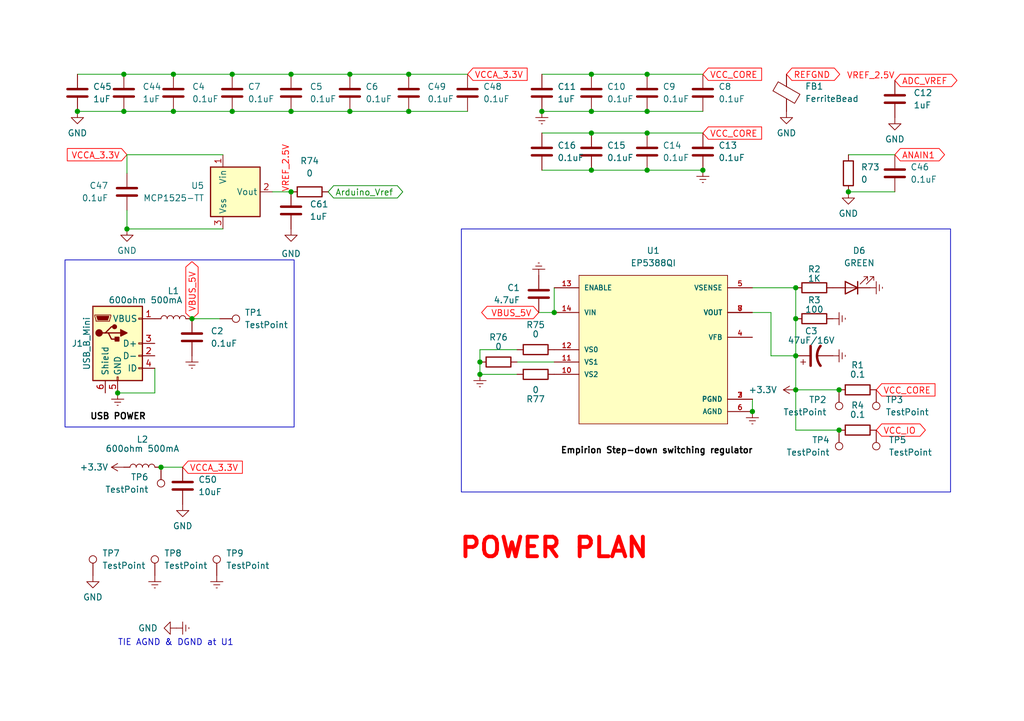
<source format=kicad_sch>
(kicad_sch
	(version 20231120)
	(generator "eeschema")
	(generator_version "8.0")
	(uuid "cd0ccc54-39b8-44a3-91bf-46289d8b8735")
	(paper "A5")
	(lib_symbols
		(symbol "Connector:TestPoint"
			(pin_numbers hide)
			(pin_names
				(offset 0.762) hide)
			(exclude_from_sim no)
			(in_bom yes)
			(on_board yes)
			(property "Reference" "TP"
				(at 0 6.858 0)
				(effects
					(font
						(size 1.27 1.27)
					)
				)
			)
			(property "Value" "TestPoint"
				(at 0 5.08 0)
				(effects
					(font
						(size 1.27 1.27)
					)
				)
			)
			(property "Footprint" ""
				(at 5.08 0 0)
				(effects
					(font
						(size 1.27 1.27)
					)
					(hide yes)
				)
			)
			(property "Datasheet" "~"
				(at 5.08 0 0)
				(effects
					(font
						(size 1.27 1.27)
					)
					(hide yes)
				)
			)
			(property "Description" "test point"
				(at 0 0 0)
				(effects
					(font
						(size 1.27 1.27)
					)
					(hide yes)
				)
			)
			(property "ki_keywords" "test point tp"
				(at 0 0 0)
				(effects
					(font
						(size 1.27 1.27)
					)
					(hide yes)
				)
			)
			(property "ki_fp_filters" "Pin* Test*"
				(at 0 0 0)
				(effects
					(font
						(size 1.27 1.27)
					)
					(hide yes)
				)
			)
			(symbol "TestPoint_0_1"
				(circle
					(center 0 3.302)
					(radius 0.762)
					(stroke
						(width 0)
						(type default)
					)
					(fill
						(type none)
					)
				)
			)
			(symbol "TestPoint_1_1"
				(pin passive line
					(at 0 0 90)
					(length 2.54)
					(name "1"
						(effects
							(font
								(size 1.27 1.27)
							)
						)
					)
					(number "1"
						(effects
							(font
								(size 1.27 1.27)
							)
						)
					)
				)
			)
		)
		(symbol "Connector:USB_B_Mini"
			(pin_names
				(offset 1.016)
			)
			(exclude_from_sim no)
			(in_bom yes)
			(on_board yes)
			(property "Reference" "J"
				(at -5.08 11.43 0)
				(effects
					(font
						(size 1.27 1.27)
					)
					(justify left)
				)
			)
			(property "Value" "USB_B_Mini"
				(at -5.08 8.89 0)
				(effects
					(font
						(size 1.27 1.27)
					)
					(justify left)
				)
			)
			(property "Footprint" ""
				(at 3.81 -1.27 0)
				(effects
					(font
						(size 1.27 1.27)
					)
					(hide yes)
				)
			)
			(property "Datasheet" "~"
				(at 3.81 -1.27 0)
				(effects
					(font
						(size 1.27 1.27)
					)
					(hide yes)
				)
			)
			(property "Description" "USB Mini Type B connector"
				(at 0 0 0)
				(effects
					(font
						(size 1.27 1.27)
					)
					(hide yes)
				)
			)
			(property "ki_keywords" "connector USB mini"
				(at 0 0 0)
				(effects
					(font
						(size 1.27 1.27)
					)
					(hide yes)
				)
			)
			(property "ki_fp_filters" "USB*"
				(at 0 0 0)
				(effects
					(font
						(size 1.27 1.27)
					)
					(hide yes)
				)
			)
			(symbol "USB_B_Mini_0_1"
				(rectangle
					(start -5.08 -7.62)
					(end 5.08 7.62)
					(stroke
						(width 0.254)
						(type default)
					)
					(fill
						(type background)
					)
				)
				(circle
					(center -3.81 2.159)
					(radius 0.635)
					(stroke
						(width 0.254)
						(type default)
					)
					(fill
						(type outline)
					)
				)
				(circle
					(center -0.635 3.429)
					(radius 0.381)
					(stroke
						(width 0.254)
						(type default)
					)
					(fill
						(type outline)
					)
				)
				(rectangle
					(start -0.127 -7.62)
					(end 0.127 -6.858)
					(stroke
						(width 0)
						(type default)
					)
					(fill
						(type none)
					)
				)
				(polyline
					(pts
						(xy -1.905 2.159) (xy 0.635 2.159)
					)
					(stroke
						(width 0.254)
						(type default)
					)
					(fill
						(type none)
					)
				)
				(polyline
					(pts
						(xy -3.175 2.159) (xy -2.54 2.159) (xy -1.27 3.429) (xy -0.635 3.429)
					)
					(stroke
						(width 0.254)
						(type default)
					)
					(fill
						(type none)
					)
				)
				(polyline
					(pts
						(xy -2.54 2.159) (xy -1.905 2.159) (xy -1.27 0.889) (xy 0 0.889)
					)
					(stroke
						(width 0.254)
						(type default)
					)
					(fill
						(type none)
					)
				)
				(polyline
					(pts
						(xy 0.635 2.794) (xy 0.635 1.524) (xy 1.905 2.159) (xy 0.635 2.794)
					)
					(stroke
						(width 0.254)
						(type default)
					)
					(fill
						(type outline)
					)
				)
				(polyline
					(pts
						(xy -4.318 5.588) (xy -1.778 5.588) (xy -2.032 4.826) (xy -4.064 4.826) (xy -4.318 5.588)
					)
					(stroke
						(width 0)
						(type default)
					)
					(fill
						(type outline)
					)
				)
				(polyline
					(pts
						(xy -4.699 5.842) (xy -4.699 5.588) (xy -4.445 4.826) (xy -4.445 4.572) (xy -1.651 4.572) (xy -1.651 4.826)
						(xy -1.397 5.588) (xy -1.397 5.842) (xy -4.699 5.842)
					)
					(stroke
						(width 0)
						(type default)
					)
					(fill
						(type none)
					)
				)
				(rectangle
					(start 0.254 1.27)
					(end -0.508 0.508)
					(stroke
						(width 0.254)
						(type default)
					)
					(fill
						(type outline)
					)
				)
				(rectangle
					(start 5.08 -5.207)
					(end 4.318 -4.953)
					(stroke
						(width 0)
						(type default)
					)
					(fill
						(type none)
					)
				)
				(rectangle
					(start 5.08 -2.667)
					(end 4.318 -2.413)
					(stroke
						(width 0)
						(type default)
					)
					(fill
						(type none)
					)
				)
				(rectangle
					(start 5.08 -0.127)
					(end 4.318 0.127)
					(stroke
						(width 0)
						(type default)
					)
					(fill
						(type none)
					)
				)
				(rectangle
					(start 5.08 4.953)
					(end 4.318 5.207)
					(stroke
						(width 0)
						(type default)
					)
					(fill
						(type none)
					)
				)
			)
			(symbol "USB_B_Mini_1_1"
				(pin power_out line
					(at 7.62 5.08 180)
					(length 2.54)
					(name "VBUS"
						(effects
							(font
								(size 1.27 1.27)
							)
						)
					)
					(number "1"
						(effects
							(font
								(size 1.27 1.27)
							)
						)
					)
				)
				(pin bidirectional line
					(at 7.62 -2.54 180)
					(length 2.54)
					(name "D-"
						(effects
							(font
								(size 1.27 1.27)
							)
						)
					)
					(number "2"
						(effects
							(font
								(size 1.27 1.27)
							)
						)
					)
				)
				(pin bidirectional line
					(at 7.62 0 180)
					(length 2.54)
					(name "D+"
						(effects
							(font
								(size 1.27 1.27)
							)
						)
					)
					(number "3"
						(effects
							(font
								(size 1.27 1.27)
							)
						)
					)
				)
				(pin passive line
					(at 7.62 -5.08 180)
					(length 2.54)
					(name "ID"
						(effects
							(font
								(size 1.27 1.27)
							)
						)
					)
					(number "4"
						(effects
							(font
								(size 1.27 1.27)
							)
						)
					)
				)
				(pin power_out line
					(at 0 -10.16 90)
					(length 2.54)
					(name "GND"
						(effects
							(font
								(size 1.27 1.27)
							)
						)
					)
					(number "5"
						(effects
							(font
								(size 1.27 1.27)
							)
						)
					)
				)
				(pin passive line
					(at -2.54 -10.16 90)
					(length 2.54)
					(name "Shield"
						(effects
							(font
								(size 1.27 1.27)
							)
						)
					)
					(number "6"
						(effects
							(font
								(size 1.27 1.27)
							)
						)
					)
				)
			)
		)
		(symbol "Device:C"
			(pin_numbers hide)
			(pin_names
				(offset 0.254)
			)
			(exclude_from_sim no)
			(in_bom yes)
			(on_board yes)
			(property "Reference" "C"
				(at 0.635 2.54 0)
				(effects
					(font
						(size 1.27 1.27)
					)
					(justify left)
				)
			)
			(property "Value" "C"
				(at 0.635 -2.54 0)
				(effects
					(font
						(size 1.27 1.27)
					)
					(justify left)
				)
			)
			(property "Footprint" ""
				(at 0.9652 -3.81 0)
				(effects
					(font
						(size 1.27 1.27)
					)
					(hide yes)
				)
			)
			(property "Datasheet" "~"
				(at 0 0 0)
				(effects
					(font
						(size 1.27 1.27)
					)
					(hide yes)
				)
			)
			(property "Description" "Unpolarized capacitor"
				(at 0 0 0)
				(effects
					(font
						(size 1.27 1.27)
					)
					(hide yes)
				)
			)
			(property "ki_keywords" "cap capacitor"
				(at 0 0 0)
				(effects
					(font
						(size 1.27 1.27)
					)
					(hide yes)
				)
			)
			(property "ki_fp_filters" "C_*"
				(at 0 0 0)
				(effects
					(font
						(size 1.27 1.27)
					)
					(hide yes)
				)
			)
			(symbol "C_0_1"
				(polyline
					(pts
						(xy -2.032 -0.762) (xy 2.032 -0.762)
					)
					(stroke
						(width 0.508)
						(type default)
					)
					(fill
						(type none)
					)
				)
				(polyline
					(pts
						(xy -2.032 0.762) (xy 2.032 0.762)
					)
					(stroke
						(width 0.508)
						(type default)
					)
					(fill
						(type none)
					)
				)
			)
			(symbol "C_1_1"
				(pin passive line
					(at 0 3.81 270)
					(length 2.794)
					(name "~"
						(effects
							(font
								(size 1.27 1.27)
							)
						)
					)
					(number "1"
						(effects
							(font
								(size 1.27 1.27)
							)
						)
					)
				)
				(pin passive line
					(at 0 -3.81 90)
					(length 2.794)
					(name "~"
						(effects
							(font
								(size 1.27 1.27)
							)
						)
					)
					(number "2"
						(effects
							(font
								(size 1.27 1.27)
							)
						)
					)
				)
			)
		)
		(symbol "Device:C_Polarized_US"
			(pin_numbers hide)
			(pin_names
				(offset 0.254) hide)
			(exclude_from_sim no)
			(in_bom yes)
			(on_board yes)
			(property "Reference" "C"
				(at 0.635 2.54 0)
				(effects
					(font
						(size 1.27 1.27)
					)
					(justify left)
				)
			)
			(property "Value" "C_Polarized_US"
				(at 0.635 -2.54 0)
				(effects
					(font
						(size 1.27 1.27)
					)
					(justify left)
				)
			)
			(property "Footprint" ""
				(at 0 0 0)
				(effects
					(font
						(size 1.27 1.27)
					)
					(hide yes)
				)
			)
			(property "Datasheet" "~"
				(at 0 0 0)
				(effects
					(font
						(size 1.27 1.27)
					)
					(hide yes)
				)
			)
			(property "Description" "Polarized capacitor, US symbol"
				(at 0 0 0)
				(effects
					(font
						(size 1.27 1.27)
					)
					(hide yes)
				)
			)
			(property "ki_keywords" "cap capacitor"
				(at 0 0 0)
				(effects
					(font
						(size 1.27 1.27)
					)
					(hide yes)
				)
			)
			(property "ki_fp_filters" "CP_*"
				(at 0 0 0)
				(effects
					(font
						(size 1.27 1.27)
					)
					(hide yes)
				)
			)
			(symbol "C_Polarized_US_0_1"
				(polyline
					(pts
						(xy -2.032 0.762) (xy 2.032 0.762)
					)
					(stroke
						(width 0.508)
						(type default)
					)
					(fill
						(type none)
					)
				)
				(polyline
					(pts
						(xy -1.778 2.286) (xy -0.762 2.286)
					)
					(stroke
						(width 0)
						(type default)
					)
					(fill
						(type none)
					)
				)
				(polyline
					(pts
						(xy -1.27 1.778) (xy -1.27 2.794)
					)
					(stroke
						(width 0)
						(type default)
					)
					(fill
						(type none)
					)
				)
				(arc
					(start 2.032 -1.27)
					(mid 0 -0.5572)
					(end -2.032 -1.27)
					(stroke
						(width 0.508)
						(type default)
					)
					(fill
						(type none)
					)
				)
			)
			(symbol "C_Polarized_US_1_1"
				(pin passive line
					(at 0 3.81 270)
					(length 2.794)
					(name "~"
						(effects
							(font
								(size 1.27 1.27)
							)
						)
					)
					(number "1"
						(effects
							(font
								(size 1.27 1.27)
							)
						)
					)
				)
				(pin passive line
					(at 0 -3.81 90)
					(length 3.302)
					(name "~"
						(effects
							(font
								(size 1.27 1.27)
							)
						)
					)
					(number "2"
						(effects
							(font
								(size 1.27 1.27)
							)
						)
					)
				)
			)
		)
		(symbol "Device:FerriteBead"
			(pin_numbers hide)
			(pin_names
				(offset 0)
			)
			(exclude_from_sim no)
			(in_bom yes)
			(on_board yes)
			(property "Reference" "FB"
				(at -3.81 0.635 90)
				(effects
					(font
						(size 1.27 1.27)
					)
				)
			)
			(property "Value" "FerriteBead"
				(at 3.81 0 90)
				(effects
					(font
						(size 1.27 1.27)
					)
				)
			)
			(property "Footprint" ""
				(at -1.778 0 90)
				(effects
					(font
						(size 1.27 1.27)
					)
					(hide yes)
				)
			)
			(property "Datasheet" "~"
				(at 0 0 0)
				(effects
					(font
						(size 1.27 1.27)
					)
					(hide yes)
				)
			)
			(property "Description" "Ferrite bead"
				(at 0 0 0)
				(effects
					(font
						(size 1.27 1.27)
					)
					(hide yes)
				)
			)
			(property "ki_keywords" "L ferrite bead inductor filter"
				(at 0 0 0)
				(effects
					(font
						(size 1.27 1.27)
					)
					(hide yes)
				)
			)
			(property "ki_fp_filters" "Inductor_* L_* *Ferrite*"
				(at 0 0 0)
				(effects
					(font
						(size 1.27 1.27)
					)
					(hide yes)
				)
			)
			(symbol "FerriteBead_0_1"
				(polyline
					(pts
						(xy 0 -1.27) (xy 0 -1.2192)
					)
					(stroke
						(width 0)
						(type default)
					)
					(fill
						(type none)
					)
				)
				(polyline
					(pts
						(xy 0 1.27) (xy 0 1.2954)
					)
					(stroke
						(width 0)
						(type default)
					)
					(fill
						(type none)
					)
				)
				(polyline
					(pts
						(xy -2.7686 0.4064) (xy -1.7018 2.2606) (xy 2.7686 -0.3048) (xy 1.6764 -2.159) (xy -2.7686 0.4064)
					)
					(stroke
						(width 0)
						(type default)
					)
					(fill
						(type none)
					)
				)
			)
			(symbol "FerriteBead_1_1"
				(pin passive line
					(at 0 3.81 270)
					(length 2.54)
					(name "~"
						(effects
							(font
								(size 1.27 1.27)
							)
						)
					)
					(number "1"
						(effects
							(font
								(size 1.27 1.27)
							)
						)
					)
				)
				(pin passive line
					(at 0 -3.81 90)
					(length 2.54)
					(name "~"
						(effects
							(font
								(size 1.27 1.27)
							)
						)
					)
					(number "2"
						(effects
							(font
								(size 1.27 1.27)
							)
						)
					)
				)
			)
		)
		(symbol "Device:L"
			(pin_numbers hide)
			(pin_names
				(offset 1.016) hide)
			(exclude_from_sim no)
			(in_bom yes)
			(on_board yes)
			(property "Reference" "L"
				(at -1.27 0 90)
				(effects
					(font
						(size 1.27 1.27)
					)
				)
			)
			(property "Value" "L"
				(at 1.905 0 90)
				(effects
					(font
						(size 1.27 1.27)
					)
				)
			)
			(property "Footprint" ""
				(at 0 0 0)
				(effects
					(font
						(size 1.27 1.27)
					)
					(hide yes)
				)
			)
			(property "Datasheet" "~"
				(at 0 0 0)
				(effects
					(font
						(size 1.27 1.27)
					)
					(hide yes)
				)
			)
			(property "Description" "Inductor"
				(at 0 0 0)
				(effects
					(font
						(size 1.27 1.27)
					)
					(hide yes)
				)
			)
			(property "ki_keywords" "inductor choke coil reactor magnetic"
				(at 0 0 0)
				(effects
					(font
						(size 1.27 1.27)
					)
					(hide yes)
				)
			)
			(property "ki_fp_filters" "Choke_* *Coil* Inductor_* L_*"
				(at 0 0 0)
				(effects
					(font
						(size 1.27 1.27)
					)
					(hide yes)
				)
			)
			(symbol "L_0_1"
				(arc
					(start 0 -2.54)
					(mid 0.6323 -1.905)
					(end 0 -1.27)
					(stroke
						(width 0)
						(type default)
					)
					(fill
						(type none)
					)
				)
				(arc
					(start 0 -1.27)
					(mid 0.6323 -0.635)
					(end 0 0)
					(stroke
						(width 0)
						(type default)
					)
					(fill
						(type none)
					)
				)
				(arc
					(start 0 0)
					(mid 0.6323 0.635)
					(end 0 1.27)
					(stroke
						(width 0)
						(type default)
					)
					(fill
						(type none)
					)
				)
				(arc
					(start 0 1.27)
					(mid 0.6323 1.905)
					(end 0 2.54)
					(stroke
						(width 0)
						(type default)
					)
					(fill
						(type none)
					)
				)
			)
			(symbol "L_1_1"
				(pin passive line
					(at 0 3.81 270)
					(length 1.27)
					(name "1"
						(effects
							(font
								(size 1.27 1.27)
							)
						)
					)
					(number "1"
						(effects
							(font
								(size 1.27 1.27)
							)
						)
					)
				)
				(pin passive line
					(at 0 -3.81 90)
					(length 1.27)
					(name "2"
						(effects
							(font
								(size 1.27 1.27)
							)
						)
					)
					(number "2"
						(effects
							(font
								(size 1.27 1.27)
							)
						)
					)
				)
			)
		)
		(symbol "Device:LED"
			(pin_numbers hide)
			(pin_names
				(offset 1.016) hide)
			(exclude_from_sim no)
			(in_bom yes)
			(on_board yes)
			(property "Reference" "D"
				(at 0 2.54 0)
				(effects
					(font
						(size 1.27 1.27)
					)
				)
			)
			(property "Value" "LED"
				(at 0 -2.54 0)
				(effects
					(font
						(size 1.27 1.27)
					)
				)
			)
			(property "Footprint" ""
				(at 0 0 0)
				(effects
					(font
						(size 1.27 1.27)
					)
					(hide yes)
				)
			)
			(property "Datasheet" "~"
				(at 0 0 0)
				(effects
					(font
						(size 1.27 1.27)
					)
					(hide yes)
				)
			)
			(property "Description" "Light emitting diode"
				(at 0 0 0)
				(effects
					(font
						(size 1.27 1.27)
					)
					(hide yes)
				)
			)
			(property "ki_keywords" "LED diode"
				(at 0 0 0)
				(effects
					(font
						(size 1.27 1.27)
					)
					(hide yes)
				)
			)
			(property "ki_fp_filters" "LED* LED_SMD:* LED_THT:*"
				(at 0 0 0)
				(effects
					(font
						(size 1.27 1.27)
					)
					(hide yes)
				)
			)
			(symbol "LED_0_1"
				(polyline
					(pts
						(xy -1.27 -1.27) (xy -1.27 1.27)
					)
					(stroke
						(width 0.254)
						(type default)
					)
					(fill
						(type none)
					)
				)
				(polyline
					(pts
						(xy -1.27 0) (xy 1.27 0)
					)
					(stroke
						(width 0)
						(type default)
					)
					(fill
						(type none)
					)
				)
				(polyline
					(pts
						(xy 1.27 -1.27) (xy 1.27 1.27) (xy -1.27 0) (xy 1.27 -1.27)
					)
					(stroke
						(width 0.254)
						(type default)
					)
					(fill
						(type none)
					)
				)
				(polyline
					(pts
						(xy -3.048 -0.762) (xy -4.572 -2.286) (xy -3.81 -2.286) (xy -4.572 -2.286) (xy -4.572 -1.524)
					)
					(stroke
						(width 0)
						(type default)
					)
					(fill
						(type none)
					)
				)
				(polyline
					(pts
						(xy -1.778 -0.762) (xy -3.302 -2.286) (xy -2.54 -2.286) (xy -3.302 -2.286) (xy -3.302 -1.524)
					)
					(stroke
						(width 0)
						(type default)
					)
					(fill
						(type none)
					)
				)
			)
			(symbol "LED_1_1"
				(pin passive line
					(at -3.81 0 0)
					(length 2.54)
					(name "K"
						(effects
							(font
								(size 1.27 1.27)
							)
						)
					)
					(number "1"
						(effects
							(font
								(size 1.27 1.27)
							)
						)
					)
				)
				(pin passive line
					(at 3.81 0 180)
					(length 2.54)
					(name "A"
						(effects
							(font
								(size 1.27 1.27)
							)
						)
					)
					(number "2"
						(effects
							(font
								(size 1.27 1.27)
							)
						)
					)
				)
			)
		)
		(symbol "Device:R"
			(pin_numbers hide)
			(pin_names
				(offset 0)
			)
			(exclude_from_sim no)
			(in_bom yes)
			(on_board yes)
			(property "Reference" "R"
				(at 2.032 0 90)
				(effects
					(font
						(size 1.27 1.27)
					)
				)
			)
			(property "Value" "R"
				(at 0 0 90)
				(effects
					(font
						(size 1.27 1.27)
					)
				)
			)
			(property "Footprint" ""
				(at -1.778 0 90)
				(effects
					(font
						(size 1.27 1.27)
					)
					(hide yes)
				)
			)
			(property "Datasheet" "~"
				(at 0 0 0)
				(effects
					(font
						(size 1.27 1.27)
					)
					(hide yes)
				)
			)
			(property "Description" "Resistor"
				(at 0 0 0)
				(effects
					(font
						(size 1.27 1.27)
					)
					(hide yes)
				)
			)
			(property "ki_keywords" "R res resistor"
				(at 0 0 0)
				(effects
					(font
						(size 1.27 1.27)
					)
					(hide yes)
				)
			)
			(property "ki_fp_filters" "R_*"
				(at 0 0 0)
				(effects
					(font
						(size 1.27 1.27)
					)
					(hide yes)
				)
			)
			(symbol "R_0_1"
				(rectangle
					(start -1.016 -2.54)
					(end 1.016 2.54)
					(stroke
						(width 0.254)
						(type default)
					)
					(fill
						(type none)
					)
				)
			)
			(symbol "R_1_1"
				(pin passive line
					(at 0 3.81 270)
					(length 1.27)
					(name "~"
						(effects
							(font
								(size 1.27 1.27)
							)
						)
					)
					(number "1"
						(effects
							(font
								(size 1.27 1.27)
							)
						)
					)
				)
				(pin passive line
					(at 0 -3.81 90)
					(length 1.27)
					(name "~"
						(effects
							(font
								(size 1.27 1.27)
							)
						)
					)
					(number "2"
						(effects
							(font
								(size 1.27 1.27)
							)
						)
					)
				)
			)
		)
		(symbol "EP5388QI:EP5388QI"
			(pin_names
				(offset 1.016)
			)
			(exclude_from_sim no)
			(in_bom yes)
			(on_board yes)
			(property "Reference" "U"
				(at -15.24 16.002 0)
				(effects
					(font
						(size 1.27 1.27)
					)
					(justify left bottom)
				)
			)
			(property "Value" "EP5388QI"
				(at -15.24 -17.78 0)
				(effects
					(font
						(size 1.27 1.27)
					)
					(justify left bottom)
				)
			)
			(property "Footprint" "EP5388QI:CONV_EP5388QI"
				(at 0 0 0)
				(effects
					(font
						(size 1.27 1.27)
					)
					(justify bottom)
					(hide yes)
				)
			)
			(property "Datasheet" ""
				(at 0 0 0)
				(effects
					(font
						(size 1.27 1.27)
					)
					(hide yes)
				)
			)
			(property "Description" "\nNon-Isolated PoL Module DC DC Converter 1 Output 0.6 ~ 5V - - 800mA 2.4V - 5.5V Input\n"
				(at 0 0 0)
				(effects
					(font
						(size 1.27 1.27)
					)
					(justify bottom)
					(hide yes)
				)
			)
			(property "MF" "Intel"
				(at 0 0 0)
				(effects
					(font
						(size 1.27 1.27)
					)
					(justify bottom)
					(hide yes)
				)
			)
			(property "MAXIMUM_PACKAGE_HEIGHT" "1.25mm"
				(at 0 0 0)
				(effects
					(font
						(size 1.27 1.27)
					)
					(justify bottom)
					(hide yes)
				)
			)
			(property "Package" "QFN-16 Altera"
				(at 0 0 0)
				(effects
					(font
						(size 1.27 1.27)
					)
					(justify bottom)
					(hide yes)
				)
			)
			(property "Price" "None"
				(at 0 0 0)
				(effects
					(font
						(size 1.27 1.27)
					)
					(justify bottom)
					(hide yes)
				)
			)
			(property "Check_prices" "https://www.snapeda.com/parts/EP5388QI/Intel/view-part/?ref=eda"
				(at 0 0 0)
				(effects
					(font
						(size 1.27 1.27)
					)
					(justify bottom)
					(hide yes)
				)
			)
			(property "STANDARD" "Manufacturer recommendations"
				(at 0 0 0)
				(effects
					(font
						(size 1.27 1.27)
					)
					(justify bottom)
					(hide yes)
				)
			)
			(property "PARTREV" "H"
				(at 0 0 0)
				(effects
					(font
						(size 1.27 1.27)
					)
					(justify bottom)
					(hide yes)
				)
			)
			(property "SnapEDA_Link" "https://www.snapeda.com/parts/EP5388QI/Intel/view-part/?ref=snap"
				(at 0 0 0)
				(effects
					(font
						(size 1.27 1.27)
					)
					(justify bottom)
					(hide yes)
				)
			)
			(property "MP" "EP5388QI"
				(at 0 0 0)
				(effects
					(font
						(size 1.27 1.27)
					)
					(justify bottom)
					(hide yes)
				)
			)
			(property "Availability" "In Stock"
				(at 0 0 0)
				(effects
					(font
						(size 1.27 1.27)
					)
					(justify bottom)
					(hide yes)
				)
			)
			(property "MANUFACTURER" "Intel"
				(at 0 0 0)
				(effects
					(font
						(size 1.27 1.27)
					)
					(justify bottom)
					(hide yes)
				)
			)
			(symbol "EP5388QI_0_0"
				(rectangle
					(start -15.24 -15.24)
					(end 15.24 15.24)
					(stroke
						(width 0.1524)
						(type default)
					)
					(fill
						(type background)
					)
				)
				(pin input line
					(at -20.32 -5.08 0)
					(length 5.08)
					(name "VS2"
						(effects
							(font
								(size 1.016 1.016)
							)
						)
					)
					(number "10"
						(effects
							(font
								(size 1.016 1.016)
							)
						)
					)
				)
				(pin input line
					(at -20.32 -2.54 0)
					(length 5.08)
					(name "VS1"
						(effects
							(font
								(size 1.016 1.016)
							)
						)
					)
					(number "11"
						(effects
							(font
								(size 1.016 1.016)
							)
						)
					)
				)
				(pin input line
					(at -20.32 0 0)
					(length 5.08)
					(name "VS0"
						(effects
							(font
								(size 1.016 1.016)
							)
						)
					)
					(number "12"
						(effects
							(font
								(size 1.016 1.016)
							)
						)
					)
				)
				(pin input line
					(at -20.32 12.7 0)
					(length 5.08)
					(name "ENABLE"
						(effects
							(font
								(size 1.016 1.016)
							)
						)
					)
					(number "13"
						(effects
							(font
								(size 1.016 1.016)
							)
						)
					)
				)
				(pin input line
					(at -20.32 7.62 0)
					(length 5.08)
					(name "VIN"
						(effects
							(font
								(size 1.016 1.016)
							)
						)
					)
					(number "14"
						(effects
							(font
								(size 1.016 1.016)
							)
						)
					)
				)
				(pin power_in line
					(at 20.32 -10.16 180)
					(length 5.08)
					(name "PGND"
						(effects
							(font
								(size 1.016 1.016)
							)
						)
					)
					(number "2"
						(effects
							(font
								(size 1.016 1.016)
							)
						)
					)
				)
				(pin power_in line
					(at 20.32 -10.16 180)
					(length 5.08)
					(name "PGND"
						(effects
							(font
								(size 1.016 1.016)
							)
						)
					)
					(number "3"
						(effects
							(font
								(size 1.016 1.016)
							)
						)
					)
				)
				(pin input line
					(at 20.32 2.54 180)
					(length 5.08)
					(name "VFB"
						(effects
							(font
								(size 1.016 1.016)
							)
						)
					)
					(number "4"
						(effects
							(font
								(size 1.016 1.016)
							)
						)
					)
				)
				(pin input line
					(at 20.32 12.7 180)
					(length 5.08)
					(name "VSENSE"
						(effects
							(font
								(size 1.016 1.016)
							)
						)
					)
					(number "5"
						(effects
							(font
								(size 1.016 1.016)
							)
						)
					)
				)
				(pin power_in line
					(at 20.32 -12.7 180)
					(length 5.08)
					(name "AGND"
						(effects
							(font
								(size 1.016 1.016)
							)
						)
					)
					(number "6"
						(effects
							(font
								(size 1.016 1.016)
							)
						)
					)
				)
				(pin output line
					(at 20.32 7.62 180)
					(length 5.08)
					(name "VOUT"
						(effects
							(font
								(size 1.016 1.016)
							)
						)
					)
					(number "7"
						(effects
							(font
								(size 1.016 1.016)
							)
						)
					)
				)
				(pin output line
					(at 20.32 7.62 180)
					(length 5.08)
					(name "VOUT"
						(effects
							(font
								(size 1.016 1.016)
							)
						)
					)
					(number "8"
						(effects
							(font
								(size 1.016 1.016)
							)
						)
					)
				)
			)
		)
		(symbol "Reference_Voltage:MCP1525-TT"
			(exclude_from_sim no)
			(in_bom yes)
			(on_board yes)
			(property "Reference" "U"
				(at 1.27 8.255 0)
				(effects
					(font
						(size 1.27 1.27)
					)
					(justify left)
				)
			)
			(property "Value" "MCP1525-TT"
				(at 1.27 6.35 0)
				(effects
					(font
						(size 1.27 1.27)
					)
					(justify left)
				)
			)
			(property "Footprint" "Package_TO_SOT_SMD:SOT-23"
				(at 0.635 -6.35 0)
				(effects
					(font
						(size 1.27 1.27)
						(italic yes)
					)
					(justify left)
					(hide yes)
				)
			)
			(property "Datasheet" "http://ww1.microchip.com/downloads/en/devicedoc/21653b.pdf"
				(at 0 0 0)
				(effects
					(font
						(size 1.27 1.27)
						(italic yes)
					)
					(hide yes)
				)
			)
			(property "Description" "2.5V Voltage Reference, SOT-23"
				(at 0 0 0)
				(effects
					(font
						(size 1.27 1.27)
					)
					(hide yes)
				)
			)
			(property "ki_keywords" "Voltage Reference 2.5V"
				(at 0 0 0)
				(effects
					(font
						(size 1.27 1.27)
					)
					(hide yes)
				)
			)
			(property "ki_fp_filters" "SOT?23*"
				(at 0 0 0)
				(effects
					(font
						(size 1.27 1.27)
					)
					(hide yes)
				)
			)
			(symbol "MCP1525-TT_0_1"
				(rectangle
					(start -2.54 5.08)
					(end 7.62 -5.08)
					(stroke
						(width 0.254)
						(type default)
					)
					(fill
						(type background)
					)
				)
			)
			(symbol "MCP1525-TT_1_1"
				(pin power_in line
					(at 0 7.62 270)
					(length 2.54)
					(name "Vin"
						(effects
							(font
								(size 1.27 1.27)
							)
						)
					)
					(number "1"
						(effects
							(font
								(size 1.27 1.27)
							)
						)
					)
				)
				(pin power_out line
					(at 10.16 0 180)
					(length 2.54)
					(name "Vout"
						(effects
							(font
								(size 1.27 1.27)
							)
						)
					)
					(number "2"
						(effects
							(font
								(size 1.27 1.27)
							)
						)
					)
				)
				(pin power_in line
					(at 0 -7.62 90)
					(length 2.54)
					(name "Vss"
						(effects
							(font
								(size 1.27 1.27)
							)
						)
					)
					(number "3"
						(effects
							(font
								(size 1.27 1.27)
							)
						)
					)
				)
			)
		)
		(symbol "power:+3.3V"
			(power)
			(pin_names
				(offset 0)
			)
			(exclude_from_sim no)
			(in_bom yes)
			(on_board yes)
			(property "Reference" "#PWR"
				(at 0 -3.81 0)
				(effects
					(font
						(size 1.27 1.27)
					)
					(hide yes)
				)
			)
			(property "Value" "+3.3V"
				(at 0 3.556 0)
				(effects
					(font
						(size 1.27 1.27)
					)
				)
			)
			(property "Footprint" ""
				(at 0 0 0)
				(effects
					(font
						(size 1.27 1.27)
					)
					(hide yes)
				)
			)
			(property "Datasheet" ""
				(at 0 0 0)
				(effects
					(font
						(size 1.27 1.27)
					)
					(hide yes)
				)
			)
			(property "Description" "Power symbol creates a global label with name \"+3.3V\""
				(at 0 0 0)
				(effects
					(font
						(size 1.27 1.27)
					)
					(hide yes)
				)
			)
			(property "ki_keywords" "global power"
				(at 0 0 0)
				(effects
					(font
						(size 1.27 1.27)
					)
					(hide yes)
				)
			)
			(symbol "+3.3V_0_1"
				(polyline
					(pts
						(xy -0.762 1.27) (xy 0 2.54)
					)
					(stroke
						(width 0)
						(type default)
					)
					(fill
						(type none)
					)
				)
				(polyline
					(pts
						(xy 0 0) (xy 0 2.54)
					)
					(stroke
						(width 0)
						(type default)
					)
					(fill
						(type none)
					)
				)
				(polyline
					(pts
						(xy 0 2.54) (xy 0.762 1.27)
					)
					(stroke
						(width 0)
						(type default)
					)
					(fill
						(type none)
					)
				)
			)
			(symbol "+3.3V_1_1"
				(pin power_in line
					(at 0 0 90)
					(length 0) hide
					(name "+3.3V"
						(effects
							(font
								(size 1.27 1.27)
							)
						)
					)
					(number "1"
						(effects
							(font
								(size 1.27 1.27)
							)
						)
					)
				)
			)
		)
		(symbol "power:Earth"
			(power)
			(pin_names
				(offset 0)
			)
			(exclude_from_sim no)
			(in_bom yes)
			(on_board yes)
			(property "Reference" "#PWR"
				(at 0 -6.35 0)
				(effects
					(font
						(size 1.27 1.27)
					)
					(hide yes)
				)
			)
			(property "Value" "Earth"
				(at 0 -3.81 0)
				(effects
					(font
						(size 1.27 1.27)
					)
					(hide yes)
				)
			)
			(property "Footprint" ""
				(at 0 0 0)
				(effects
					(font
						(size 1.27 1.27)
					)
					(hide yes)
				)
			)
			(property "Datasheet" "~"
				(at 0 0 0)
				(effects
					(font
						(size 1.27 1.27)
					)
					(hide yes)
				)
			)
			(property "Description" "Power symbol creates a global label with name \"Earth\""
				(at 0 0 0)
				(effects
					(font
						(size 1.27 1.27)
					)
					(hide yes)
				)
			)
			(property "ki_keywords" "global ground gnd"
				(at 0 0 0)
				(effects
					(font
						(size 1.27 1.27)
					)
					(hide yes)
				)
			)
			(symbol "Earth_0_1"
				(polyline
					(pts
						(xy -0.635 -1.905) (xy 0.635 -1.905)
					)
					(stroke
						(width 0)
						(type default)
					)
					(fill
						(type none)
					)
				)
				(polyline
					(pts
						(xy -0.127 -2.54) (xy 0.127 -2.54)
					)
					(stroke
						(width 0)
						(type default)
					)
					(fill
						(type none)
					)
				)
				(polyline
					(pts
						(xy 0 -1.27) (xy 0 0)
					)
					(stroke
						(width 0)
						(type default)
					)
					(fill
						(type none)
					)
				)
				(polyline
					(pts
						(xy 1.27 -1.27) (xy -1.27 -1.27)
					)
					(stroke
						(width 0)
						(type default)
					)
					(fill
						(type none)
					)
				)
			)
			(symbol "Earth_1_1"
				(pin power_in line
					(at 0 0 270)
					(length 0) hide
					(name "Earth"
						(effects
							(font
								(size 1.27 1.27)
							)
						)
					)
					(number "1"
						(effects
							(font
								(size 1.27 1.27)
							)
						)
					)
				)
			)
		)
		(symbol "power:GND"
			(power)
			(pin_names
				(offset 0)
			)
			(exclude_from_sim no)
			(in_bom yes)
			(on_board yes)
			(property "Reference" "#PWR"
				(at 0 -6.35 0)
				(effects
					(font
						(size 1.27 1.27)
					)
					(hide yes)
				)
			)
			(property "Value" "GND"
				(at 0 -3.81 0)
				(effects
					(font
						(size 1.27 1.27)
					)
				)
			)
			(property "Footprint" ""
				(at 0 0 0)
				(effects
					(font
						(size 1.27 1.27)
					)
					(hide yes)
				)
			)
			(property "Datasheet" ""
				(at 0 0 0)
				(effects
					(font
						(size 1.27 1.27)
					)
					(hide yes)
				)
			)
			(property "Description" "Power symbol creates a global label with name \"GND\" , ground"
				(at 0 0 0)
				(effects
					(font
						(size 1.27 1.27)
					)
					(hide yes)
				)
			)
			(property "ki_keywords" "global power"
				(at 0 0 0)
				(effects
					(font
						(size 1.27 1.27)
					)
					(hide yes)
				)
			)
			(symbol "GND_0_1"
				(polyline
					(pts
						(xy 0 0) (xy 0 -1.27) (xy 1.27 -1.27) (xy 0 -2.54) (xy -1.27 -1.27) (xy 0 -1.27)
					)
					(stroke
						(width 0)
						(type default)
					)
					(fill
						(type none)
					)
				)
			)
			(symbol "GND_1_1"
				(pin power_in line
					(at 0 0 270)
					(length 0) hide
					(name "GND"
						(effects
							(font
								(size 1.27 1.27)
							)
						)
					)
					(number "1"
						(effects
							(font
								(size 1.27 1.27)
							)
						)
					)
				)
			)
		)
	)
	(junction
		(at 132.715 15.24)
		(diameter 0)
		(color 0 0 0 0)
		(uuid "0208f1bd-76b3-4fb4-bbdf-8818b8537d2b")
	)
	(junction
		(at 132.715 27.305)
		(diameter 0)
		(color 0 0 0 0)
		(uuid "0489f499-2bfb-47d4-9904-cb0578c98736")
	)
	(junction
		(at 98.425 74.295)
		(diameter 0)
		(color 0 0 0 0)
		(uuid "04ba984d-44e8-453a-9944-3f2182977cc3")
	)
	(junction
		(at 35.56 22.86)
		(diameter 0)
		(color 0 0 0 0)
		(uuid "07ba0f9f-f3ea-45a9-ab31-895e4849bde9")
	)
	(junction
		(at 25.4 15.24)
		(diameter 0)
		(color 0 0 0 0)
		(uuid "0b12961f-e69a-46ef-87fb-7c1cba1309ab")
	)
	(junction
		(at 121.285 15.24)
		(diameter 0)
		(color 0 0 0 0)
		(uuid "156871a3-7dc0-4ace-a48b-9837a118014b")
	)
	(junction
		(at 163.195 65.405)
		(diameter 0)
		(color 0 0 0 0)
		(uuid "1660043c-bfa6-4b73-a0ab-3eab3935758d")
	)
	(junction
		(at 121.285 22.86)
		(diameter 0)
		(color 0 0 0 0)
		(uuid "21fe0377-b6bd-46cd-b587-2b1865a9ae21")
	)
	(junction
		(at 144.145 34.925)
		(diameter 0)
		(color 0 0 0 0)
		(uuid "2cae54e1-570d-4bac-819f-caa53bd981fc")
	)
	(junction
		(at 59.69 22.86)
		(diameter 0)
		(color 0 0 0 0)
		(uuid "3db8b764-c647-4e79-892c-6a3c1d70b834")
	)
	(junction
		(at 154.305 84.455)
		(diameter 0)
		(color 0 0 0 0)
		(uuid "4092d5ec-a9fb-4b31-ba1c-6a8361165999")
	)
	(junction
		(at 132.715 34.925)
		(diameter 0)
		(color 0 0 0 0)
		(uuid "4b2a4d5c-f872-4119-a841-cf4bf870f778")
	)
	(junction
		(at 39.37 65.405)
		(diameter 0)
		(color 0 0 0 0)
		(uuid "4cd5a9de-e3e7-43a1-affa-f5a413fddaef")
	)
	(junction
		(at 173.99 39.37)
		(diameter 0)
		(color 0 0 0 0)
		(uuid "50e11eec-0cf4-48ff-9207-b827b068bf32")
	)
	(junction
		(at 163.195 80.01)
		(diameter 0)
		(color 0 0 0 0)
		(uuid "542f96f7-13f6-4f2d-9b09-2b36542728a9")
	)
	(junction
		(at 121.285 34.925)
		(diameter 0)
		(color 0 0 0 0)
		(uuid "58137767-3e1d-405d-9145-59bc29a74ad1")
	)
	(junction
		(at 98.425 76.835)
		(diameter 0)
		(color 0 0 0 0)
		(uuid "64fa42ad-07fc-46a5-88ed-b90e20e8c57c")
	)
	(junction
		(at 172.085 88.265)
		(diameter 0)
		(color 0 0 0 0)
		(uuid "650b1958-0f69-45c9-93f3-1955050bb623")
	)
	(junction
		(at 163.195 59.055)
		(diameter 0)
		(color 0 0 0 0)
		(uuid "6881ae87-d590-4155-855b-92b89efbb0e7")
	)
	(junction
		(at 172.085 80.01)
		(diameter 0)
		(color 0 0 0 0)
		(uuid "6ab3a796-48b1-4fca-8d8f-238a070b9f55")
	)
	(junction
		(at 83.82 22.86)
		(diameter 0)
		(color 0 0 0 0)
		(uuid "7eaf1f91-c267-448f-81c0-c64ce08b1f1e")
	)
	(junction
		(at 121.285 27.305)
		(diameter 0)
		(color 0 0 0 0)
		(uuid "83526f86-211b-473f-a298-d5c9bf3029b8")
	)
	(junction
		(at 35.56 15.24)
		(diameter 0)
		(color 0 0 0 0)
		(uuid "8c98f9eb-1c33-4a59-b103-45ca56322884")
	)
	(junction
		(at 71.755 15.24)
		(diameter 0)
		(color 0 0 0 0)
		(uuid "95d37f14-ba63-469f-aa31-8011384705dc")
	)
	(junction
		(at 163.195 73.025)
		(diameter 0)
		(color 0 0 0 0)
		(uuid "9857de87-5295-43dd-8a40-ae354ef27a19")
	)
	(junction
		(at 33.02 95.885)
		(diameter 0)
		(color 0 0 0 0)
		(uuid "a1480454-5301-4d02-94b2-eb528c6154d5")
	)
	(junction
		(at 47.625 15.24)
		(diameter 0)
		(color 0 0 0 0)
		(uuid "a85fdfe3-4491-4d08-a5a1-3e6ac629e7f7")
	)
	(junction
		(at 26.035 46.99)
		(diameter 0)
		(color 0 0 0 0)
		(uuid "a9f5a62d-3bb9-4612-9bc8-5a839a820751")
	)
	(junction
		(at 15.875 22.86)
		(diameter 0)
		(color 0 0 0 0)
		(uuid "ab00aeb1-17af-4134-838e-b2ef54e14c84")
	)
	(junction
		(at 111.125 22.86)
		(diameter 0)
		(color 0 0 0 0)
		(uuid "b273f391-8cde-4584-9b2b-37197f26d9a3")
	)
	(junction
		(at 71.755 22.86)
		(diameter 0)
		(color 0 0 0 0)
		(uuid "b59631a2-a3a3-4eab-bcb3-61592886e019")
	)
	(junction
		(at 59.69 39.37)
		(diameter 0)
		(color 0 0 0 0)
		(uuid "cb685b53-0cb9-4ab8-9df7-a100bb8e7ff1")
	)
	(junction
		(at 24.13 80.645)
		(diameter 0)
		(color 0 0 0 0)
		(uuid "d06ab793-3d52-4679-9452-44c641d30c76")
	)
	(junction
		(at 59.69 15.24)
		(diameter 0)
		(color 0 0 0 0)
		(uuid "d1fa9a5f-debd-4a62-8b93-18dcb5855d8b")
	)
	(junction
		(at 47.625 22.86)
		(diameter 0)
		(color 0 0 0 0)
		(uuid "dee18dab-cee8-49ed-b543-a2afd33e6e1a")
	)
	(junction
		(at 25.4 22.86)
		(diameter 0)
		(color 0 0 0 0)
		(uuid "ea32cd35-f5e0-4f33-b00d-c0ac77243fc5")
	)
	(junction
		(at 132.715 22.86)
		(diameter 0)
		(color 0 0 0 0)
		(uuid "ec29d21d-760b-4b50-b599-def9d3588deb")
	)
	(junction
		(at 113.665 64.135)
		(diameter 0)
		(color 0 0 0 0)
		(uuid "ee2a88c0-2fd4-4f94-8093-dd0260ef47f6")
	)
	(junction
		(at 83.82 15.24)
		(diameter 0)
		(color 0 0 0 0)
		(uuid "f5230169-9400-4e80-8ad3-c0626d3c5c32")
	)
	(wire
		(pts
			(xy 163.195 59.055) (xy 154.305 59.055)
		)
		(stroke
			(width 0)
			(type default)
		)
		(uuid "05c66fc6-01a6-4b44-9a34-2e06f2ca278b")
	)
	(wire
		(pts
			(xy 59.69 15.24) (xy 47.625 15.24)
		)
		(stroke
			(width 0)
			(type default)
		)
		(uuid "08720fbc-e010-4e2f-91f2-eab1c9d13428")
	)
	(wire
		(pts
			(xy 132.715 34.925) (xy 144.145 34.925)
		)
		(stroke
			(width 0)
			(type default)
		)
		(uuid "0afe6f5c-7f2a-4d44-a022-73a5bd82b32e")
	)
	(wire
		(pts
			(xy 95.885 22.86) (xy 83.82 22.86)
		)
		(stroke
			(width 0)
			(type default)
		)
		(uuid "0d2fd8bf-1357-4d7f-ad5a-73f0b27b8fb2")
	)
	(wire
		(pts
			(xy 106.045 74.295) (xy 113.665 74.295)
		)
		(stroke
			(width 0)
			(type default)
		)
		(uuid "0d68c623-ee12-47e6-9e98-54e12518a826")
	)
	(wire
		(pts
			(xy 31.75 75.565) (xy 31.75 80.645)
		)
		(stroke
			(width 0)
			(type default)
		)
		(uuid "18938ec1-60ca-44d0-9642-728883f0f5c2")
	)
	(wire
		(pts
			(xy 163.195 59.055) (xy 163.195 65.405)
		)
		(stroke
			(width 0)
			(type default)
		)
		(uuid "19f9f2dc-509b-47f2-abc3-8fa06f875646")
	)
	(wire
		(pts
			(xy 121.285 34.925) (xy 132.715 34.925)
		)
		(stroke
			(width 0)
			(type default)
		)
		(uuid "267d3cd4-4b52-4725-ba24-d3928ee43661")
	)
	(wire
		(pts
			(xy 71.755 15.24) (xy 59.69 15.24)
		)
		(stroke
			(width 0)
			(type default)
		)
		(uuid "2dbfb45b-2589-4513-8bb1-1f5606eefc83")
	)
	(wire
		(pts
			(xy 106.045 76.835) (xy 98.425 76.835)
		)
		(stroke
			(width 0)
			(type default)
		)
		(uuid "322ed59e-8760-4fa0-a017-f46773cc7169")
	)
	(wire
		(pts
			(xy 132.715 15.24) (xy 144.145 15.24)
		)
		(stroke
			(width 0)
			(type default)
		)
		(uuid "32ce0ad2-a37f-40ce-9431-ff6ff3acb935")
	)
	(wire
		(pts
			(xy 35.56 15.24) (xy 25.4 15.24)
		)
		(stroke
			(width 0)
			(type default)
		)
		(uuid "38d526d9-f2c3-41e1-bfeb-f75da1ca71c6")
	)
	(wire
		(pts
			(xy 31.75 80.645) (xy 24.13 80.645)
		)
		(stroke
			(width 0)
			(type default)
		)
		(uuid "40ece728-733e-45d7-8a22-bdd987d32f29")
	)
	(wire
		(pts
			(xy 111.125 34.925) (xy 121.285 34.925)
		)
		(stroke
			(width 0)
			(type default)
		)
		(uuid "4425563c-ab73-4a64-aba6-92d3d975b2bb")
	)
	(wire
		(pts
			(xy 121.285 27.305) (xy 132.715 27.305)
		)
		(stroke
			(width 0)
			(type default)
		)
		(uuid "45714168-dbf1-47e1-a8e0-9285bded7016")
	)
	(wire
		(pts
			(xy 71.755 22.86) (xy 59.69 22.86)
		)
		(stroke
			(width 0)
			(type default)
		)
		(uuid "47e0d969-4d4c-4eef-b849-af14099ad129")
	)
	(wire
		(pts
			(xy 25.4 22.86) (xy 15.875 22.86)
		)
		(stroke
			(width 0)
			(type default)
		)
		(uuid "481ee565-06a7-43c7-91e7-4d91e1223131")
	)
	(wire
		(pts
			(xy 26.035 43.18) (xy 26.035 46.99)
		)
		(stroke
			(width 0)
			(type default)
		)
		(uuid "4842a5f0-ea20-4d9d-ad8a-f4579c2fae21")
	)
	(wire
		(pts
			(xy 98.425 71.755) (xy 98.425 74.295)
		)
		(stroke
			(width 0)
			(type default)
		)
		(uuid "4a15f65b-0ee3-4728-a755-016c6fcfc2c7")
	)
	(wire
		(pts
			(xy 45.085 65.405) (xy 39.37 65.405)
		)
		(stroke
			(width 0)
			(type default)
		)
		(uuid "59207ff6-4869-4900-8dde-628e3218dbf5")
	)
	(wire
		(pts
			(xy 95.885 15.24) (xy 83.82 15.24)
		)
		(stroke
			(width 0)
			(type default)
		)
		(uuid "5a957145-75e8-4dfb-ab2b-889da9a93718")
	)
	(wire
		(pts
			(xy 98.425 76.835) (xy 98.425 74.295)
		)
		(stroke
			(width 0)
			(type default)
		)
		(uuid "5ee56fde-ed55-4aa6-b960-fccb9092c98d")
	)
	(wire
		(pts
			(xy 110.49 64.135) (xy 113.665 64.135)
		)
		(stroke
			(width 0)
			(type default)
		)
		(uuid "63f75760-5bf8-42c8-a329-8466cca81fac")
	)
	(wire
		(pts
			(xy 83.82 22.86) (xy 71.755 22.86)
		)
		(stroke
			(width 0)
			(type default)
		)
		(uuid "6611acbf-a8d8-4f31-a156-e8b708667986")
	)
	(wire
		(pts
			(xy 132.715 22.86) (xy 144.145 22.86)
		)
		(stroke
			(width 0)
			(type default)
		)
		(uuid "67d45421-27cf-4d1a-85b7-87db5be91d40")
	)
	(wire
		(pts
			(xy 163.195 65.405) (xy 163.195 73.025)
		)
		(stroke
			(width 0)
			(type default)
		)
		(uuid "6c66e2da-b5dd-4cb9-856b-6d0bbfe1afa7")
	)
	(wire
		(pts
			(xy 111.125 22.86) (xy 121.285 22.86)
		)
		(stroke
			(width 0)
			(type default)
		)
		(uuid "70a6a7cc-e841-45c9-829f-c2b8da782602")
	)
	(wire
		(pts
			(xy 158.115 73.025) (xy 163.195 73.025)
		)
		(stroke
			(width 0)
			(type default)
		)
		(uuid "773a0339-712b-4e72-896e-b2126c33780f")
	)
	(wire
		(pts
			(xy 83.82 15.24) (xy 71.755 15.24)
		)
		(stroke
			(width 0)
			(type default)
		)
		(uuid "7b979dfd-d310-44db-9b04-05f356be60e3")
	)
	(wire
		(pts
			(xy 59.69 39.37) (xy 55.88 39.37)
		)
		(stroke
			(width 0)
			(type default)
		)
		(uuid "7f8f5a9e-1752-4de8-b6b0-fdf101d69f3a")
	)
	(wire
		(pts
			(xy 111.125 15.24) (xy 121.285 15.24)
		)
		(stroke
			(width 0)
			(type default)
		)
		(uuid "893ecd29-b494-4932-9e58-c3e8bbac6b04")
	)
	(wire
		(pts
			(xy 172.085 80.01) (xy 163.195 80.01)
		)
		(stroke
			(width 0)
			(type default)
		)
		(uuid "8dfb09cb-72ba-43e5-b635-4fecc3bce21f")
	)
	(wire
		(pts
			(xy 111.125 27.305) (xy 121.285 27.305)
		)
		(stroke
			(width 0)
			(type default)
		)
		(uuid "8fd81b60-035e-44a1-89c5-d4f9b18dd0ad")
	)
	(wire
		(pts
			(xy 163.195 88.265) (xy 163.195 80.01)
		)
		(stroke
			(width 0)
			(type default)
		)
		(uuid "94da8aa3-e98c-442c-aecf-229f3bac3976")
	)
	(wire
		(pts
			(xy 163.195 73.025) (xy 163.195 80.01)
		)
		(stroke
			(width 0)
			(type default)
		)
		(uuid "a56452d9-fd55-444a-9adf-1afcb37bcbcf")
	)
	(wire
		(pts
			(xy 113.665 64.135) (xy 113.665 59.055)
		)
		(stroke
			(width 0)
			(type default)
		)
		(uuid "a8789025-bd84-4ff8-9bad-157bf2b44b14")
	)
	(wire
		(pts
			(xy 25.4 15.24) (xy 15.875 15.24)
		)
		(stroke
			(width 0)
			(type default)
		)
		(uuid "af871e64-e0dd-4bfa-ab81-26e66c5c7807")
	)
	(wire
		(pts
			(xy 26.035 46.99) (xy 45.72 46.99)
		)
		(stroke
			(width 0)
			(type default)
		)
		(uuid "b1d53258-ad46-4d4d-ad4a-0f751707e3fd")
	)
	(wire
		(pts
			(xy 132.715 27.305) (xy 144.145 27.305)
		)
		(stroke
			(width 0)
			(type default)
		)
		(uuid "b4b0261b-8b7f-409a-8ca5-e239a533487e")
	)
	(wire
		(pts
			(xy 37.465 95.885) (xy 33.02 95.885)
		)
		(stroke
			(width 0)
			(type default)
		)
		(uuid "b5f609a1-0071-4753-8b66-ca9103b769aa")
	)
	(wire
		(pts
			(xy 106.045 71.755) (xy 98.425 71.755)
		)
		(stroke
			(width 0)
			(type default)
		)
		(uuid "bba45b8a-9abc-4bee-9f8f-93097d5e68cb")
	)
	(wire
		(pts
			(xy 121.285 22.86) (xy 132.715 22.86)
		)
		(stroke
			(width 0)
			(type default)
		)
		(uuid "bc38202b-2461-417b-a369-030253200d92")
	)
	(wire
		(pts
			(xy 47.625 15.24) (xy 35.56 15.24)
		)
		(stroke
			(width 0)
			(type default)
		)
		(uuid "c0712c6d-77c9-42c3-8cf1-34380786c0dc")
	)
	(wire
		(pts
			(xy 35.56 22.86) (xy 25.4 22.86)
		)
		(stroke
			(width 0)
			(type default)
		)
		(uuid "c344cee4-0d2b-4548-8259-8f69de9eecc4")
	)
	(wire
		(pts
			(xy 172.085 88.265) (xy 163.195 88.265)
		)
		(stroke
			(width 0)
			(type default)
		)
		(uuid "c66d6e62-099a-4276-84ab-4207a85cc6b1")
	)
	(wire
		(pts
			(xy 59.69 22.86) (xy 47.625 22.86)
		)
		(stroke
			(width 0)
			(type default)
		)
		(uuid "c7a878b6-f2e1-4929-842c-887cec0a8a9e")
	)
	(wire
		(pts
			(xy 26.035 31.75) (xy 45.72 31.75)
		)
		(stroke
			(width 0)
			(type default)
		)
		(uuid "d13a3cad-12ad-4648-8b2b-a695ea98e85b")
	)
	(wire
		(pts
			(xy 26.035 35.56) (xy 26.035 31.75)
		)
		(stroke
			(width 0)
			(type default)
		)
		(uuid "d5559a15-2a31-46cb-bc01-31953971d78e")
	)
	(wire
		(pts
			(xy 173.99 39.37) (xy 183.515 39.37)
		)
		(stroke
			(width 0)
			(type default)
		)
		(uuid "e0166bf8-4a80-4989-a8e5-78fba180f6ae")
	)
	(wire
		(pts
			(xy 154.305 64.135) (xy 158.115 64.135)
		)
		(stroke
			(width 0)
			(type default)
		)
		(uuid "e53bd3ef-d783-4b17-8a39-469e2aeb5ddb")
	)
	(wire
		(pts
			(xy 121.285 15.24) (xy 132.715 15.24)
		)
		(stroke
			(width 0)
			(type default)
		)
		(uuid "e704d927-7194-4870-ae4f-9b99b0dc9643")
	)
	(wire
		(pts
			(xy 47.625 22.86) (xy 35.56 22.86)
		)
		(stroke
			(width 0)
			(type default)
		)
		(uuid "ea09d0f9-8a5d-47c0-83f5-29b3997ff78e")
	)
	(wire
		(pts
			(xy 154.305 81.915) (xy 154.305 84.455)
		)
		(stroke
			(width 0)
			(type default)
		)
		(uuid "efe205fa-a40f-420e-b23b-dc0e1e4c175f")
	)
	(wire
		(pts
			(xy 173.99 31.75) (xy 183.515 31.75)
		)
		(stroke
			(width 0)
			(type default)
		)
		(uuid "f0618a85-fbd8-401d-a358-82b28223851d")
	)
	(wire
		(pts
			(xy 158.115 64.135) (xy 158.115 73.025)
		)
		(stroke
			(width 0)
			(type default)
		)
		(uuid "f27e2a65-7bbe-4253-b4ab-b8bd08e646ce")
	)
	(rectangle
		(start 13.335 53.34)
		(end 60.325 87.63)
		(stroke
			(width 0)
			(type default)
		)
		(fill
			(type none)
		)
		(uuid 1e02a904-1bdb-4b05-9997-8e95da46b410)
	)
	(rectangle
		(start 94.615 46.99)
		(end 194.945 100.965)
		(stroke
			(width 0)
			(type default)
		)
		(fill
			(type none)
		)
		(uuid 314103a3-fd21-423f-93ea-456934e47975)
	)
	(text "TIE AGND & DGND at U1"
		(exclude_from_sim no)
		(at 24.13 132.715 0)
		(effects
			(font
				(size 1.27 1.27)
			)
			(justify left bottom)
		)
		(uuid "3c0d9fab-fba4-4560-9ea4-2fa04664aa97")
	)
	(text "Empirion Step-down switching regulator"
		(exclude_from_sim no)
		(at 114.935 93.345 0)
		(effects
			(font
				(size 1.27 1.27)
				(thickness 0.254)
				(bold yes)
				(color 0 0 0 1)
			)
			(justify left bottom)
		)
		(uuid "65a8cc1c-b266-4dd8-8b7e-2cf9862f437d")
	)
	(text "POWER PLAN"
		(exclude_from_sim no)
		(at 93.98 114.935 0)
		(effects
			(font
				(size 4 4)
				(bold yes)
				(color 255 0 0 1)
			)
			(justify left bottom)
		)
		(uuid "79fdc2cd-8272-45b7-a8c2-ee39131b1f4f")
	)
	(text "USB POWER"
		(exclude_from_sim no)
		(at 18.415 86.36 0)
		(effects
			(font
				(size 1.27 1.27)
				(thickness 0.254)
				(bold yes)
				(color 0 0 0 1)
			)
			(justify left bottom)
		)
		(uuid "d9aaf9e9-5bdd-4170-9796-4ed60b457ce1")
	)
	(label "VREF_2.5V"
		(at 183.515 16.51 180)
		(fields_autoplaced yes)
		(effects
			(font
				(size 1.27 1.27)
				(color 255 0 0 1)
			)
			(justify right bottom)
		)
		(uuid "1ec86d31-d268-44dd-b64f-db94e170ca5a")
	)
	(label "VREF_2.5V"
		(at 59.69 39.37 90)
		(fields_autoplaced yes)
		(effects
			(font
				(size 1.27 1.27)
				(color 255 0 0 1)
			)
			(justify left bottom)
		)
		(uuid "ea356bf6-8c58-48aa-a6eb-96799a1fa444")
	)
	(global_label "ANAIN1"
		(shape bidirectional)
		(at 183.515 31.75 0)
		(fields_autoplaced yes)
		(effects
			(font
				(size 1.27 1.27)
				(color 255 0 0 1)
			)
			(justify left)
		)
		(uuid "0012b17e-31c8-48b7-9446-23d22f326b26")
		(property "Intersheetrefs" "${INTERSHEET_REFS}"
			(at 194.1846 31.75 0)
			(effects
				(font
					(size 1.27 1.27)
				)
				(justify left)
				(hide yes)
			)
		)
	)
	(global_label "VCC_CORE"
		(shape input)
		(at 144.145 15.24 0)
		(fields_autoplaced yes)
		(effects
			(font
				(size 1.27 1.27)
				(color 255 0 0 1)
			)
			(justify left)
		)
		(uuid "006b8622-3de6-4dff-aa52-a2c9d34a7ae6")
		(property "Intersheetrefs" "${INTERSHEET_REFS}"
			(at 156.6665 15.24 0)
			(effects
				(font
					(size 1.27 1.27)
				)
				(justify left)
				(hide yes)
			)
		)
	)
	(global_label "Arduino_Vref"
		(shape bidirectional)
		(at 67.31 39.37 0)
		(fields_autoplaced yes)
		(effects
			(font
				(size 1.27 1.27)
				(color 0 132 0 1)
			)
			(justify left)
		)
		(uuid "17390c1e-053f-405d-b7fd-499d6a260c6c")
		(property "Intersheetrefs" "${INTERSHEET_REFS}"
			(at 83.0594 39.37 0)
			(effects
				(font
					(size 1.27 1.27)
				)
				(justify left)
				(hide yes)
			)
		)
	)
	(global_label "REFGND"
		(shape bidirectional)
		(at 161.29 15.24 0)
		(fields_autoplaced yes)
		(effects
			(font
				(size 1.27 1.27)
				(color 255 0 0 1)
			)
			(justify left)
		)
		(uuid "27bd6acf-f349-4cf3-bea8-26d664031de1")
		(property "Intersheetrefs" "${INTERSHEET_REFS}"
			(at 172.6852 15.24 0)
			(effects
				(font
					(size 1.27 1.27)
				)
				(justify left)
				(hide yes)
			)
		)
	)
	(global_label "VCC_CORE"
		(shape input)
		(at 179.705 80.01 0)
		(fields_autoplaced yes)
		(effects
			(font
				(size 1.27 1.27)
				(color 255 0 0 1)
			)
			(justify left)
		)
		(uuid "35c72dda-9986-40b8-84cf-4a0dc639b732")
		(property "Intersheetrefs" "${INTERSHEET_REFS}"
			(at 192.2265 80.01 0)
			(effects
				(font
					(size 1.27 1.27)
				)
				(justify left)
				(hide yes)
			)
		)
	)
	(global_label "VCC_CORE"
		(shape input)
		(at 144.145 27.305 0)
		(fields_autoplaced yes)
		(effects
			(font
				(size 1.27 1.27)
				(color 255 0 0 1)
			)
			(justify left)
		)
		(uuid "633fdf35-82e3-4fdc-947e-82c779905d89")
		(property "Intersheetrefs" "${INTERSHEET_REFS}"
			(at 156.6665 27.305 0)
			(effects
				(font
					(size 1.27 1.27)
				)
				(justify left)
				(hide yes)
			)
		)
	)
	(global_label "VCCA_3.3V"
		(shape input)
		(at 37.465 95.885 0)
		(fields_autoplaced yes)
		(effects
			(font
				(size 1.27 1.27)
				(color 255 0 0 1)
			)
			(justify left)
		)
		(uuid "7cd8ba23-df7d-48c0-b9a7-5317e624b68f")
		(property "Intersheetrefs" "${INTERSHEET_REFS}"
			(at 50.168 95.885 0)
			(effects
				(font
					(size 1.27 1.27)
				)
				(justify left)
				(hide yes)
			)
		)
	)
	(global_label "ADC_VREF"
		(shape bidirectional)
		(at 183.515 16.51 0)
		(fields_autoplaced yes)
		(effects
			(font
				(size 1.27 1.27)
				(color 255 0 0 1)
			)
			(justify left)
		)
		(uuid "88938cca-631c-4459-8b7d-f0cf4d71b25d")
		(property "Intersheetrefs" "${INTERSHEET_REFS}"
			(at 196.7245 16.51 0)
			(effects
				(font
					(size 1.27 1.27)
				)
				(justify left)
				(hide yes)
			)
		)
	)
	(global_label "VCC_IO"
		(shape bidirectional)
		(at 179.705 88.265 0)
		(fields_autoplaced yes)
		(effects
			(font
				(size 1.27 1.27)
				(color 255 0 0 1)
			)
			(justify left)
		)
		(uuid "a546e8cd-db94-4fd5-b750-62d1b3f25f9a")
		(property "Intersheetrefs" "${INTERSHEET_REFS}"
			(at 190.2536 88.265 0)
			(effects
				(font
					(size 1.27 1.27)
				)
				(justify left)
				(hide yes)
			)
		)
	)
	(global_label "VBUS_5V"
		(shape bidirectional)
		(at 110.49 64.135 180)
		(fields_autoplaced yes)
		(effects
			(font
				(size 1.27 1.27)
				(color 255 0 0 1)
			)
			(justify right)
		)
		(uuid "bacccc9d-96a0-4268-8b83-9f941981e8d7")
		(property "Intersheetrefs" "${INTERSHEET_REFS}"
			(at 98.3086 64.135 0)
			(effects
				(font
					(size 1.27 1.27)
				)
				(justify right)
				(hide yes)
			)
		)
	)
	(global_label "VCCA_3.3V"
		(shape input)
		(at 95.885 15.24 0)
		(fields_autoplaced yes)
		(effects
			(font
				(size 1.27 1.27)
				(color 255 0 0 1)
			)
			(justify left)
		)
		(uuid "ec4a8571-83ad-41d5-8ea0-4a1d721514ef")
		(property "Intersheetrefs" "${INTERSHEET_REFS}"
			(at 108.588 15.24 0)
			(effects
				(font
					(size 1.27 1.27)
				)
				(justify left)
				(hide yes)
			)
		)
	)
	(global_label "VCCA_3.3V"
		(shape input)
		(at 26.035 31.75 180)
		(fields_autoplaced yes)
		(effects
			(font
				(size 1.27 1.27)
				(color 255 0 0 1)
			)
			(justify right)
		)
		(uuid "fc702601-a80c-41e8-afef-b4eba5695495")
		(property "Intersheetrefs" "${INTERSHEET_REFS}"
			(at 13.332 31.75 0)
			(effects
				(font
					(size 1.27 1.27)
				)
				(justify right)
				(hide yes)
			)
		)
	)
	(global_label "VBUS_5V"
		(shape bidirectional)
		(at 39.37 65.405 90)
		(fields_autoplaced yes)
		(effects
			(font
				(size 1.27 1.27)
				(color 255 0 0 1)
			)
			(justify left)
		)
		(uuid "ff7736c9-aa9a-4d26-8658-57e88175fd98")
		(property "Intersheetrefs" "${INTERSHEET_REFS}"
			(at 39.37 53.2236 90)
			(effects
				(font
					(size 1.27 1.27)
				)
				(justify left)
				(hide yes)
			)
		)
	)
	(symbol
		(lib_id "Device:C")
		(at 39.37 69.215 0)
		(unit 1)
		(exclude_from_sim no)
		(in_bom yes)
		(on_board yes)
		(dnp no)
		(fields_autoplaced yes)
		(uuid "00562ead-5db9-4506-922d-29832b1281b2")
		(property "Reference" "C2"
			(at 43.18 67.945 0)
			(effects
				(font
					(size 1.27 1.27)
				)
				(justify left)
			)
		)
		(property "Value" "0.1uF"
			(at 43.18 70.485 0)
			(effects
				(font
					(size 1.27 1.27)
				)
				(justify left)
			)
		)
		(property "Footprint" "Capacitor_SMD:C_0201_0603Metric"
			(at 40.3352 73.025 0)
			(effects
				(font
					(size 1.27 1.27)
				)
				(hide yes)
			)
		)
		(property "Datasheet" "~"
			(at 39.37 69.215 0)
			(effects
				(font
					(size 1.27 1.27)
				)
				(hide yes)
			)
		)
		(property "Description" ""
			(at 39.37 69.215 0)
			(effects
				(font
					(size 1.27 1.27)
				)
				(hide yes)
			)
		)
		(pin "1"
			(uuid "1f3b6c12-8954-4ebf-8755-bd1d602c9a3d")
		)
		(pin "2"
			(uuid "7797cbb5-1a6e-4875-b1a3-62e181431e8c")
		)
		(instances
			(project "MAX10eval"
				(path "/11f66bd9-9166-4f11-817d-b16a9eff6262/42926c91-daf5-4c16-889a-c4e93baafa99"
					(reference "C2")
					(unit 1)
				)
			)
		)
	)
	(symbol
		(lib_id "power:GND")
		(at 15.875 22.86 0)
		(unit 1)
		(exclude_from_sim no)
		(in_bom yes)
		(on_board yes)
		(dnp no)
		(fields_autoplaced yes)
		(uuid "069eee63-2399-4f76-9359-b052800f116a")
		(property "Reference" "#PWR014"
			(at 15.875 29.21 0)
			(effects
				(font
					(size 1.27 1.27)
				)
				(hide yes)
			)
		)
		(property "Value" "GND"
			(at 15.875 27.305 0)
			(effects
				(font
					(size 1.27 1.27)
				)
			)
		)
		(property "Footprint" ""
			(at 15.875 22.86 0)
			(effects
				(font
					(size 1.27 1.27)
				)
				(hide yes)
			)
		)
		(property "Datasheet" ""
			(at 15.875 22.86 0)
			(effects
				(font
					(size 1.27 1.27)
				)
				(hide yes)
			)
		)
		(property "Description" ""
			(at 15.875 22.86 0)
			(effects
				(font
					(size 1.27 1.27)
				)
				(hide yes)
			)
		)
		(pin "1"
			(uuid "2074f740-d48d-4218-a765-7846668e66c1")
		)
		(instances
			(project "MAX10eval"
				(path "/11f66bd9-9166-4f11-817d-b16a9eff6262/42926c91-daf5-4c16-889a-c4e93baafa99"
					(reference "#PWR014")
					(unit 1)
				)
			)
		)
	)
	(symbol
		(lib_id "power:Earth")
		(at 98.425 76.835 0)
		(unit 1)
		(exclude_from_sim no)
		(in_bom yes)
		(on_board yes)
		(dnp no)
		(fields_autoplaced yes)
		(uuid "08555ef2-5eba-467a-8ecd-08f3073a90c0")
		(property "Reference" "#PWR037"
			(at 98.425 83.185 0)
			(effects
				(font
					(size 1.27 1.27)
				)
				(hide yes)
			)
		)
		(property "Value" "Earth"
			(at 98.425 80.645 0)
			(effects
				(font
					(size 1.27 1.27)
				)
				(hide yes)
			)
		)
		(property "Footprint" ""
			(at 98.425 76.835 0)
			(effects
				(font
					(size 1.27 1.27)
				)
				(hide yes)
			)
		)
		(property "Datasheet" "~"
			(at 98.425 76.835 0)
			(effects
				(font
					(size 1.27 1.27)
				)
				(hide yes)
			)
		)
		(property "Description" ""
			(at 98.425 76.835 0)
			(effects
				(font
					(size 1.27 1.27)
				)
				(hide yes)
			)
		)
		(pin "1"
			(uuid "9af910f9-ff05-4906-aa2c-adb13d70aa33")
		)
		(instances
			(project "MAX10eval"
				(path "/11f66bd9-9166-4f11-817d-b16a9eff6262/42926c91-daf5-4c16-889a-c4e93baafa99"
					(reference "#PWR037")
					(unit 1)
				)
			)
		)
	)
	(symbol
		(lib_id "Device:C")
		(at 47.625 19.05 0)
		(unit 1)
		(exclude_from_sim no)
		(in_bom yes)
		(on_board yes)
		(dnp no)
		(fields_autoplaced yes)
		(uuid "09d7be75-182a-418e-adb9-895dbdb4d821")
		(property "Reference" "C7"
			(at 50.8 17.78 0)
			(effects
				(font
					(size 1.27 1.27)
				)
				(justify left)
			)
		)
		(property "Value" "0.1uF"
			(at 50.8 20.32 0)
			(effects
				(font
					(size 1.27 1.27)
				)
				(justify left)
			)
		)
		(property "Footprint" "Capacitor_SMD:C_0201_0603Metric"
			(at 48.5902 22.86 0)
			(effects
				(font
					(size 1.27 1.27)
				)
				(hide yes)
			)
		)
		(property "Datasheet" "~"
			(at 47.625 19.05 0)
			(effects
				(font
					(size 1.27 1.27)
				)
				(hide yes)
			)
		)
		(property "Description" ""
			(at 47.625 19.05 0)
			(effects
				(font
					(size 1.27 1.27)
				)
				(hide yes)
			)
		)
		(pin "1"
			(uuid "9979d711-d11a-4aef-b134-58f47d9383c7")
		)
		(pin "2"
			(uuid "e8fbcce6-b801-4ec3-bc82-1237248e4520")
		)
		(instances
			(project "MAX10eval"
				(path "/11f66bd9-9166-4f11-817d-b16a9eff6262/42926c91-daf5-4c16-889a-c4e93baafa99"
					(reference "C7")
					(unit 1)
				)
			)
		)
	)
	(symbol
		(lib_id "power:GND")
		(at 36.195 128.905 270)
		(unit 1)
		(exclude_from_sim no)
		(in_bom yes)
		(on_board yes)
		(dnp no)
		(fields_autoplaced yes)
		(uuid "0cca8edc-0a95-45ec-81e7-22f891c6dc28")
		(property "Reference" "#PWR026"
			(at 29.845 128.905 0)
			(effects
				(font
					(size 1.27 1.27)
				)
				(hide yes)
			)
		)
		(property "Value" "GND"
			(at 32.385 128.905 90)
			(effects
				(font
					(size 1.27 1.27)
				)
				(justify right)
			)
		)
		(property "Footprint" ""
			(at 36.195 128.905 0)
			(effects
				(font
					(size 1.27 1.27)
				)
				(hide yes)
			)
		)
		(property "Datasheet" ""
			(at 36.195 128.905 0)
			(effects
				(font
					(size 1.27 1.27)
				)
				(hide yes)
			)
		)
		(property "Description" ""
			(at 36.195 128.905 0)
			(effects
				(font
					(size 1.27 1.27)
				)
				(hide yes)
			)
		)
		(pin "1"
			(uuid "56a3100d-f3dc-46dc-b05a-d14ee9bbffa7")
		)
		(instances
			(project "MAX10eval"
				(path "/11f66bd9-9166-4f11-817d-b16a9eff6262/42926c91-daf5-4c16-889a-c4e93baafa99"
					(reference "#PWR026")
					(unit 1)
				)
			)
		)
	)
	(symbol
		(lib_id "Device:L")
		(at 29.21 95.885 90)
		(unit 1)
		(exclude_from_sim no)
		(in_bom yes)
		(on_board yes)
		(dnp no)
		(uuid "0d0080c0-7b81-4ee2-9c9d-2bda9edbfd2a")
		(property "Reference" "L2"
			(at 29.21 90.17 90)
			(effects
				(font
					(size 1.27 1.27)
				)
			)
		)
		(property "Value" "600ohm 500mA"
			(at 29.21 92.075 90)
			(effects
				(font
					(size 1.27 1.27)
				)
			)
		)
		(property "Footprint" "Inductor_SMD:L_0201_0603Metric"
			(at 29.21 95.885 0)
			(effects
				(font
					(size 1.27 1.27)
				)
				(hide yes)
			)
		)
		(property "Datasheet" "~"
			(at 29.21 95.885 0)
			(effects
				(font
					(size 1.27 1.27)
				)
				(hide yes)
			)
		)
		(property "Description" ""
			(at 29.21 95.885 0)
			(effects
				(font
					(size 1.27 1.27)
				)
				(hide yes)
			)
		)
		(pin "1"
			(uuid "51c77406-2a9b-4c23-8c58-e71eec7d0d84")
		)
		(pin "2"
			(uuid "ddab4aa1-6438-4467-854c-7bc82ce328c8")
		)
		(instances
			(project "MAX10eval"
				(path "/11f66bd9-9166-4f11-817d-b16a9eff6262/42926c91-daf5-4c16-889a-c4e93baafa99"
					(reference "L2")
					(unit 1)
				)
			)
		)
	)
	(symbol
		(lib_id "power:Earth")
		(at 44.45 118.11 0)
		(unit 1)
		(exclude_from_sim no)
		(in_bom yes)
		(on_board yes)
		(dnp no)
		(fields_autoplaced yes)
		(uuid "0db40887-3b40-43c6-99ff-b8d453b6a55f")
		(property "Reference" "#PWR030"
			(at 44.45 124.46 0)
			(effects
				(font
					(size 1.27 1.27)
				)
				(hide yes)
			)
		)
		(property "Value" "Earth"
			(at 44.45 121.92 0)
			(effects
				(font
					(size 1.27 1.27)
				)
				(hide yes)
			)
		)
		(property "Footprint" ""
			(at 44.45 118.11 0)
			(effects
				(font
					(size 1.27 1.27)
				)
				(hide yes)
			)
		)
		(property "Datasheet" "~"
			(at 44.45 118.11 0)
			(effects
				(font
					(size 1.27 1.27)
				)
				(hide yes)
			)
		)
		(property "Description" ""
			(at 44.45 118.11 0)
			(effects
				(font
					(size 1.27 1.27)
				)
				(hide yes)
			)
		)
		(pin "1"
			(uuid "581e181e-7e01-4e32-b12f-4675146fd16f")
		)
		(instances
			(project "MAX10eval"
				(path "/11f66bd9-9166-4f11-817d-b16a9eff6262/42926c91-daf5-4c16-889a-c4e93baafa99"
					(reference "#PWR030")
					(unit 1)
				)
			)
		)
	)
	(symbol
		(lib_id "Device:R")
		(at 167.005 65.405 90)
		(unit 1)
		(exclude_from_sim no)
		(in_bom yes)
		(on_board yes)
		(dnp no)
		(uuid "1083ccbc-2f32-49d2-a784-592e4bce1186")
		(property "Reference" "R3"
			(at 167.005 61.595 90)
			(effects
				(font
					(size 1.27 1.27)
				)
			)
		)
		(property "Value" "100"
			(at 167.005 63.5 90)
			(effects
				(font
					(size 1.27 1.27)
				)
			)
		)
		(property "Footprint" "0805R:RESC2012X60N"
			(at 167.005 67.183 90)
			(effects
				(font
					(size 1.27 1.27)
				)
				(hide yes)
			)
		)
		(property "Datasheet" "~"
			(at 167.005 65.405 0)
			(effects
				(font
					(size 1.27 1.27)
				)
				(hide yes)
			)
		)
		(property "Description" ""
			(at 167.005 65.405 0)
			(effects
				(font
					(size 1.27 1.27)
				)
				(hide yes)
			)
		)
		(pin "1"
			(uuid "c29023c4-6c4b-4482-8e5f-466d6e1ab7f8")
		)
		(pin "2"
			(uuid "845c3134-0277-4668-8fb6-9fee6d665d0c")
		)
		(instances
			(project "MAX10eval"
				(path "/11f66bd9-9166-4f11-817d-b16a9eff6262/42926c91-daf5-4c16-889a-c4e93baafa99"
					(reference "R3")
					(unit 1)
				)
			)
		)
	)
	(symbol
		(lib_id "Device:C")
		(at 183.515 20.32 0)
		(unit 1)
		(exclude_from_sim no)
		(in_bom yes)
		(on_board yes)
		(dnp no)
		(fields_autoplaced yes)
		(uuid "12da143d-ba58-46bb-8de1-e57cb8be6fec")
		(property "Reference" "C12"
			(at 187.325 19.05 0)
			(effects
				(font
					(size 1.27 1.27)
				)
				(justify left)
			)
		)
		(property "Value" "1uF"
			(at 187.325 21.59 0)
			(effects
				(font
					(size 1.27 1.27)
				)
				(justify left)
			)
		)
		(property "Footprint" "Capacitor_SMD:C_0201_0603Metric"
			(at 184.4802 24.13 0)
			(effects
				(font
					(size 1.27 1.27)
				)
				(hide yes)
			)
		)
		(property "Datasheet" "~"
			(at 183.515 20.32 0)
			(effects
				(font
					(size 1.27 1.27)
				)
				(hide yes)
			)
		)
		(property "Description" ""
			(at 183.515 20.32 0)
			(effects
				(font
					(size 1.27 1.27)
				)
				(hide yes)
			)
		)
		(pin "1"
			(uuid "62b5006b-ce18-434f-b704-0d1bd23544f0")
		)
		(pin "2"
			(uuid "920458e8-5bfb-41d2-82cc-26e9e47e8094")
		)
		(instances
			(project "MAX10eval"
				(path "/11f66bd9-9166-4f11-817d-b16a9eff6262/42926c91-daf5-4c16-889a-c4e93baafa99"
					(reference "C12")
					(unit 1)
				)
			)
		)
	)
	(symbol
		(lib_id "Device:C")
		(at 59.69 43.18 0)
		(unit 1)
		(exclude_from_sim no)
		(in_bom yes)
		(on_board yes)
		(dnp no)
		(fields_autoplaced yes)
		(uuid "139d1e8a-e015-447d-a212-05114c656919")
		(property "Reference" "C61"
			(at 63.5 41.91 0)
			(effects
				(font
					(size 1.27 1.27)
				)
				(justify left)
			)
		)
		(property "Value" "1uF"
			(at 63.5 44.45 0)
			(effects
				(font
					(size 1.27 1.27)
				)
				(justify left)
			)
		)
		(property "Footprint" "Capacitor_SMD:C_0201_0603Metric"
			(at 60.6552 46.99 0)
			(effects
				(font
					(size 1.27 1.27)
				)
				(hide yes)
			)
		)
		(property "Datasheet" "~"
			(at 59.69 43.18 0)
			(effects
				(font
					(size 1.27 1.27)
				)
				(hide yes)
			)
		)
		(property "Description" ""
			(at 59.69 43.18 0)
			(effects
				(font
					(size 1.27 1.27)
				)
				(hide yes)
			)
		)
		(pin "1"
			(uuid "c0f12dd2-5b1d-4aa8-82bc-8e6fa4aa7e5a")
		)
		(pin "2"
			(uuid "412b92f5-ba76-476c-9b38-90ebcdcf2657")
		)
		(instances
			(project "MAX10eval"
				(path "/11f66bd9-9166-4f11-817d-b16a9eff6262/42926c91-daf5-4c16-889a-c4e93baafa99"
					(reference "C61")
					(unit 1)
				)
			)
		)
	)
	(symbol
		(lib_id "Connector:TestPoint")
		(at 172.085 80.01 0)
		(mirror x)
		(unit 1)
		(exclude_from_sim no)
		(in_bom yes)
		(on_board yes)
		(dnp no)
		(fields_autoplaced yes)
		(uuid "14942e81-ceab-47c8-a2c6-df0775c9c873")
		(property "Reference" "TP2"
			(at 169.545 82.042 0)
			(effects
				(font
					(size 1.27 1.27)
				)
				(justify right)
			)
		)
		(property "Value" "TestPoint"
			(at 169.545 84.582 0)
			(effects
				(font
					(size 1.27 1.27)
				)
				(justify right)
			)
		)
		(property "Footprint" "TestPoint:TestPoint_THTPad_1.0x1.0mm_Drill0.5mm"
			(at 177.165 80.01 0)
			(effects
				(font
					(size 1.27 1.27)
				)
				(hide yes)
			)
		)
		(property "Datasheet" "~"
			(at 177.165 80.01 0)
			(effects
				(font
					(size 1.27 1.27)
				)
				(hide yes)
			)
		)
		(property "Description" ""
			(at 172.085 80.01 0)
			(effects
				(font
					(size 1.27 1.27)
				)
				(hide yes)
			)
		)
		(pin "1"
			(uuid "cb9144dc-bc05-4c24-8059-693c22a1a17a")
		)
		(instances
			(project "MAX10eval"
				(path "/11f66bd9-9166-4f11-817d-b16a9eff6262/42926c91-daf5-4c16-889a-c4e93baafa99"
					(reference "TP2")
					(unit 1)
				)
			)
		)
	)
	(symbol
		(lib_id "Device:R")
		(at 63.5 39.37 90)
		(unit 1)
		(exclude_from_sim no)
		(in_bom yes)
		(on_board yes)
		(dnp no)
		(fields_autoplaced yes)
		(uuid "16f08a22-7f27-4d4a-bb3e-bc5b568a85a7")
		(property "Reference" "R74"
			(at 63.5 33.02 90)
			(effects
				(font
					(size 1.27 1.27)
				)
			)
		)
		(property "Value" "0"
			(at 63.5 35.56 90)
			(effects
				(font
					(size 1.27 1.27)
				)
			)
		)
		(property "Footprint" "Resistor_SMD:R_0201_0603Metric"
			(at 63.5 41.148 90)
			(effects
				(font
					(size 1.27 1.27)
				)
				(hide yes)
			)
		)
		(property "Datasheet" "~"
			(at 63.5 39.37 0)
			(effects
				(font
					(size 1.27 1.27)
				)
				(hide yes)
			)
		)
		(property "Description" ""
			(at 63.5 39.37 0)
			(effects
				(font
					(size 1.27 1.27)
				)
				(hide yes)
			)
		)
		(pin "1"
			(uuid "17be79df-779f-4e26-bc2b-42a4746d2c66")
		)
		(pin "2"
			(uuid "4129af62-0c30-4d2f-b772-429acca9da52")
		)
		(instances
			(project "MAX10eval"
				(path "/11f66bd9-9166-4f11-817d-b16a9eff6262/42926c91-daf5-4c16-889a-c4e93baafa99"
					(reference "R74")
					(unit 1)
				)
			)
		)
	)
	(symbol
		(lib_id "Connector:TestPoint")
		(at 172.085 88.265 0)
		(mirror x)
		(unit 1)
		(exclude_from_sim no)
		(in_bom yes)
		(on_board yes)
		(dnp no)
		(fields_autoplaced yes)
		(uuid "17073840-4a48-4472-be1f-a63415cc2eec")
		(property "Reference" "TP4"
			(at 170.18 90.297 0)
			(effects
				(font
					(size 1.27 1.27)
				)
				(justify right)
			)
		)
		(property "Value" "TestPoint"
			(at 170.18 92.837 0)
			(effects
				(font
					(size 1.27 1.27)
				)
				(justify right)
			)
		)
		(property "Footprint" "TestPoint:TestPoint_THTPad_1.0x1.0mm_Drill0.5mm"
			(at 177.165 88.265 0)
			(effects
				(font
					(size 1.27 1.27)
				)
				(hide yes)
			)
		)
		(property "Datasheet" "~"
			(at 177.165 88.265 0)
			(effects
				(font
					(size 1.27 1.27)
				)
				(hide yes)
			)
		)
		(property "Description" ""
			(at 172.085 88.265 0)
			(effects
				(font
					(size 1.27 1.27)
				)
				(hide yes)
			)
		)
		(pin "1"
			(uuid "cccbb02f-c85c-48d3-8887-ce9d5113dd4e")
		)
		(instances
			(project "MAX10eval"
				(path "/11f66bd9-9166-4f11-817d-b16a9eff6262/42926c91-daf5-4c16-889a-c4e93baafa99"
					(reference "TP4")
					(unit 1)
				)
			)
		)
	)
	(symbol
		(lib_id "power:GND")
		(at 37.465 103.505 0)
		(unit 1)
		(exclude_from_sim no)
		(in_bom yes)
		(on_board yes)
		(dnp no)
		(fields_autoplaced yes)
		(uuid "1f965847-0220-40e9-a9eb-ea6f7a7f46fe")
		(property "Reference" "#PWR025"
			(at 37.465 109.855 0)
			(effects
				(font
					(size 1.27 1.27)
				)
				(hide yes)
			)
		)
		(property "Value" "GND"
			(at 37.465 107.95 0)
			(effects
				(font
					(size 1.27 1.27)
				)
			)
		)
		(property "Footprint" ""
			(at 37.465 103.505 0)
			(effects
				(font
					(size 1.27 1.27)
				)
				(hide yes)
			)
		)
		(property "Datasheet" ""
			(at 37.465 103.505 0)
			(effects
				(font
					(size 1.27 1.27)
				)
				(hide yes)
			)
		)
		(property "Description" ""
			(at 37.465 103.505 0)
			(effects
				(font
					(size 1.27 1.27)
				)
				(hide yes)
			)
		)
		(pin "1"
			(uuid "de6807f3-8103-4a84-9e60-3cd801676613")
		)
		(instances
			(project "MAX10eval"
				(path "/11f66bd9-9166-4f11-817d-b16a9eff6262/42926c91-daf5-4c16-889a-c4e93baafa99"
					(reference "#PWR025")
					(unit 1)
				)
			)
		)
	)
	(symbol
		(lib_id "power:Earth")
		(at 36.195 128.905 90)
		(unit 1)
		(exclude_from_sim no)
		(in_bom yes)
		(on_board yes)
		(dnp no)
		(fields_autoplaced yes)
		(uuid "24965451-317e-4832-a65e-a49b1bcdd0cf")
		(property "Reference" "#PWR027"
			(at 42.545 128.905 0)
			(effects
				(font
					(size 1.27 1.27)
				)
				(hide yes)
			)
		)
		(property "Value" "Earth"
			(at 40.005 128.905 0)
			(effects
				(font
					(size 1.27 1.27)
				)
				(hide yes)
			)
		)
		(property "Footprint" ""
			(at 36.195 128.905 0)
			(effects
				(font
					(size 1.27 1.27)
				)
				(hide yes)
			)
		)
		(property "Datasheet" "~"
			(at 36.195 128.905 0)
			(effects
				(font
					(size 1.27 1.27)
				)
				(hide yes)
			)
		)
		(property "Description" ""
			(at 36.195 128.905 0)
			(effects
				(font
					(size 1.27 1.27)
				)
				(hide yes)
			)
		)
		(pin "1"
			(uuid "d0e7d9d1-ec3d-4666-9e5b-51801c5b8dcd")
		)
		(instances
			(project "MAX10eval"
				(path "/11f66bd9-9166-4f11-817d-b16a9eff6262/42926c91-daf5-4c16-889a-c4e93baafa99"
					(reference "#PWR027")
					(unit 1)
				)
			)
		)
	)
	(symbol
		(lib_id "power:Earth")
		(at 170.815 65.405 90)
		(unit 1)
		(exclude_from_sim no)
		(in_bom yes)
		(on_board yes)
		(dnp no)
		(fields_autoplaced yes)
		(uuid "24dcf542-1566-4faa-bf74-162c80d20317")
		(property "Reference" "#PWR032"
			(at 177.165 65.405 0)
			(effects
				(font
					(size 1.27 1.27)
				)
				(hide yes)
			)
		)
		(property "Value" "Earth"
			(at 174.625 65.405 0)
			(effects
				(font
					(size 1.27 1.27)
				)
				(hide yes)
			)
		)
		(property "Footprint" ""
			(at 170.815 65.405 0)
			(effects
				(font
					(size 1.27 1.27)
				)
				(hide yes)
			)
		)
		(property "Datasheet" "~"
			(at 170.815 65.405 0)
			(effects
				(font
					(size 1.27 1.27)
				)
				(hide yes)
			)
		)
		(property "Description" ""
			(at 170.815 65.405 0)
			(effects
				(font
					(size 1.27 1.27)
				)
				(hide yes)
			)
		)
		(pin "1"
			(uuid "8a164ba4-9598-44c8-802c-b29086c77b4e")
		)
		(instances
			(project "MAX10eval"
				(path "/11f66bd9-9166-4f11-817d-b16a9eff6262/42926c91-daf5-4c16-889a-c4e93baafa99"
					(reference "#PWR032")
					(unit 1)
				)
			)
		)
	)
	(symbol
		(lib_id "power:GND")
		(at 26.035 46.99 0)
		(unit 1)
		(exclude_from_sim no)
		(in_bom yes)
		(on_board yes)
		(dnp no)
		(fields_autoplaced yes)
		(uuid "25121fb0-2236-42ad-845f-53e9f0673455")
		(property "Reference" "#PWR020"
			(at 26.035 53.34 0)
			(effects
				(font
					(size 1.27 1.27)
				)
				(hide yes)
			)
		)
		(property "Value" "GND"
			(at 26.035 51.435 0)
			(effects
				(font
					(size 1.27 1.27)
				)
			)
		)
		(property "Footprint" ""
			(at 26.035 46.99 0)
			(effects
				(font
					(size 1.27 1.27)
				)
				(hide yes)
			)
		)
		(property "Datasheet" ""
			(at 26.035 46.99 0)
			(effects
				(font
					(size 1.27 1.27)
				)
				(hide yes)
			)
		)
		(property "Description" ""
			(at 26.035 46.99 0)
			(effects
				(font
					(size 1.27 1.27)
				)
				(hide yes)
			)
		)
		(pin "1"
			(uuid "2d45b9bf-4ae4-419d-896a-aab36958821d")
		)
		(instances
			(project "MAX10eval"
				(path "/11f66bd9-9166-4f11-817d-b16a9eff6262/42926c91-daf5-4c16-889a-c4e93baafa99"
					(reference "#PWR020")
					(unit 1)
				)
			)
		)
	)
	(symbol
		(lib_id "Device:C")
		(at 144.145 19.05 0)
		(unit 1)
		(exclude_from_sim no)
		(in_bom yes)
		(on_board yes)
		(dnp no)
		(fields_autoplaced yes)
		(uuid "274044b0-9b05-4d9e-8841-e278aba00c57")
		(property "Reference" "C8"
			(at 147.32 17.78 0)
			(effects
				(font
					(size 1.27 1.27)
				)
				(justify left)
			)
		)
		(property "Value" "0.1uF"
			(at 147.32 20.32 0)
			(effects
				(font
					(size 1.27 1.27)
				)
				(justify left)
			)
		)
		(property "Footprint" "Capacitor_SMD:C_0201_0603Metric"
			(at 145.1102 22.86 0)
			(effects
				(font
					(size 1.27 1.27)
				)
				(hide yes)
			)
		)
		(property "Datasheet" "~"
			(at 144.145 19.05 0)
			(effects
				(font
					(size 1.27 1.27)
				)
				(hide yes)
			)
		)
		(property "Description" ""
			(at 144.145 19.05 0)
			(effects
				(font
					(size 1.27 1.27)
				)
				(hide yes)
			)
		)
		(pin "1"
			(uuid "2ec1e384-cbd0-4b7b-8448-79d6ff58b71f")
		)
		(pin "2"
			(uuid "f36fed55-7b52-48fe-af23-b79b1c3ebbc5")
		)
		(instances
			(project "MAX10eval"
				(path "/11f66bd9-9166-4f11-817d-b16a9eff6262/42926c91-daf5-4c16-889a-c4e93baafa99"
					(reference "C8")
					(unit 1)
				)
			)
		)
	)
	(symbol
		(lib_id "Device:R")
		(at 167.005 59.055 270)
		(unit 1)
		(exclude_from_sim no)
		(in_bom yes)
		(on_board yes)
		(dnp no)
		(uuid "3f63b9ab-2649-4a70-8553-6b39786f745c")
		(property "Reference" "R2"
			(at 167.005 55.245 90)
			(effects
				(font
					(size 1.27 1.27)
				)
			)
		)
		(property "Value" "1K"
			(at 167.005 57.15 90)
			(effects
				(font
					(size 1.27 1.27)
				)
			)
		)
		(property "Footprint" "Resistor_SMD:R_0201_0603Metric"
			(at 167.005 57.277 90)
			(effects
				(font
					(size 1.27 1.27)
				)
				(hide yes)
			)
		)
		(property "Datasheet" "~"
			(at 167.005 59.055 0)
			(effects
				(font
					(size 1.27 1.27)
				)
				(hide yes)
			)
		)
		(property "Description" ""
			(at 167.005 59.055 0)
			(effects
				(font
					(size 1.27 1.27)
				)
				(hide yes)
			)
		)
		(pin "1"
			(uuid "4fc6e4b1-1ccc-4c97-974f-5dacd9befb0e")
		)
		(pin "2"
			(uuid "17725c62-1da7-4cd0-b785-490c953f69f7")
		)
		(instances
			(project "MAX10eval"
				(path "/11f66bd9-9166-4f11-817d-b16a9eff6262/42926c91-daf5-4c16-889a-c4e93baafa99"
					(reference "R2")
					(unit 1)
				)
			)
		)
	)
	(symbol
		(lib_id "Device:C")
		(at 183.515 35.56 0)
		(unit 1)
		(exclude_from_sim no)
		(in_bom yes)
		(on_board yes)
		(dnp no)
		(fields_autoplaced yes)
		(uuid "486327bf-edda-44c0-877c-6e2fc6194dd6")
		(property "Reference" "C46"
			(at 186.69 34.29 0)
			(effects
				(font
					(size 1.27 1.27)
				)
				(justify left)
			)
		)
		(property "Value" "0.1uF"
			(at 186.69 36.83 0)
			(effects
				(font
					(size 1.27 1.27)
				)
				(justify left)
			)
		)
		(property "Footprint" "Capacitor_SMD:C_0201_0603Metric"
			(at 184.4802 39.37 0)
			(effects
				(font
					(size 1.27 1.27)
				)
				(hide yes)
			)
		)
		(property "Datasheet" "~"
			(at 183.515 35.56 0)
			(effects
				(font
					(size 1.27 1.27)
				)
				(hide yes)
			)
		)
		(property "Description" ""
			(at 183.515 35.56 0)
			(effects
				(font
					(size 1.27 1.27)
				)
				(hide yes)
			)
		)
		(pin "1"
			(uuid "c4968548-c1f4-45c1-b1c0-b05011869793")
		)
		(pin "2"
			(uuid "f96291e9-4112-40d5-9458-aa7db4f076c2")
		)
		(instances
			(project "MAX10eval"
				(path "/11f66bd9-9166-4f11-817d-b16a9eff6262/42926c91-daf5-4c16-889a-c4e93baafa99"
					(reference "C46")
					(unit 1)
				)
			)
		)
	)
	(symbol
		(lib_id "power:Earth")
		(at 110.49 56.515 180)
		(unit 1)
		(exclude_from_sim no)
		(in_bom yes)
		(on_board yes)
		(dnp no)
		(fields_autoplaced yes)
		(uuid "4c6768a5-e5c4-4ce4-88c5-3f96c44d2869")
		(property "Reference" "#PWR036"
			(at 110.49 50.165 0)
			(effects
				(font
					(size 1.27 1.27)
				)
				(hide yes)
			)
		)
		(property "Value" "Earth"
			(at 110.49 52.705 0)
			(effects
				(font
					(size 1.27 1.27)
				)
				(hide yes)
			)
		)
		(property "Footprint" ""
			(at 110.49 56.515 0)
			(effects
				(font
					(size 1.27 1.27)
				)
				(hide yes)
			)
		)
		(property "Datasheet" "~"
			(at 110.49 56.515 0)
			(effects
				(font
					(size 1.27 1.27)
				)
				(hide yes)
			)
		)
		(property "Description" ""
			(at 110.49 56.515 0)
			(effects
				(font
					(size 1.27 1.27)
				)
				(hide yes)
			)
		)
		(pin "1"
			(uuid "f9684414-ce74-42ec-a056-86735530e01c")
		)
		(instances
			(project "MAX10eval"
				(path "/11f66bd9-9166-4f11-817d-b16a9eff6262/42926c91-daf5-4c16-889a-c4e93baafa99"
					(reference "#PWR036")
					(unit 1)
				)
			)
		)
	)
	(symbol
		(lib_id "Device:C")
		(at 110.49 60.325 0)
		(mirror x)
		(unit 1)
		(exclude_from_sim no)
		(in_bom yes)
		(on_board yes)
		(dnp no)
		(uuid "4e84525c-958d-4509-b2b6-88a0a3cd2aa5")
		(property "Reference" "C1"
			(at 106.68 59.055 0)
			(effects
				(font
					(size 1.27 1.27)
				)
				(justify right)
			)
		)
		(property "Value" "4.7uF"
			(at 106.68 61.595 0)
			(effects
				(font
					(size 1.27 1.27)
				)
				(justify right)
			)
		)
		(property "Footprint" "Capacitor_SMD:C_0201_0603Metric"
			(at 111.4552 56.515 0)
			(effects
				(font
					(size 1.27 1.27)
				)
				(hide yes)
			)
		)
		(property "Datasheet" "~"
			(at 110.49 60.325 0)
			(effects
				(font
					(size 1.27 1.27)
				)
				(hide yes)
			)
		)
		(property "Description" ""
			(at 110.49 60.325 0)
			(effects
				(font
					(size 1.27 1.27)
				)
				(hide yes)
			)
		)
		(pin "1"
			(uuid "749df3df-4810-4f40-b6c3-9f9cec2ead3d")
		)
		(pin "2"
			(uuid "28b011c4-15c9-4dc7-9839-6419af093453")
		)
		(instances
			(project "MAX10eval"
				(path "/11f66bd9-9166-4f11-817d-b16a9eff6262/42926c91-daf5-4c16-889a-c4e93baafa99"
					(reference "C1")
					(unit 1)
				)
			)
		)
	)
	(symbol
		(lib_id "Device:C")
		(at 59.69 19.05 0)
		(unit 1)
		(exclude_from_sim no)
		(in_bom yes)
		(on_board yes)
		(dnp no)
		(fields_autoplaced yes)
		(uuid "511cbe24-72bd-4001-bfa3-9b6df6d73ddd")
		(property "Reference" "C5"
			(at 63.5 17.78 0)
			(effects
				(font
					(size 1.27 1.27)
				)
				(justify left)
			)
		)
		(property "Value" "0.1uF"
			(at 63.5 20.32 0)
			(effects
				(font
					(size 1.27 1.27)
				)
				(justify left)
			)
		)
		(property "Footprint" "Capacitor_SMD:C_0201_0603Metric"
			(at 60.6552 22.86 0)
			(effects
				(font
					(size 1.27 1.27)
				)
				(hide yes)
			)
		)
		(property "Datasheet" "~"
			(at 59.69 19.05 0)
			(effects
				(font
					(size 1.27 1.27)
				)
				(hide yes)
			)
		)
		(property "Description" ""
			(at 59.69 19.05 0)
			(effects
				(font
					(size 1.27 1.27)
				)
				(hide yes)
			)
		)
		(pin "1"
			(uuid "8e4e35ee-06d1-4849-8572-356e7a23bd76")
		)
		(pin "2"
			(uuid "b39f8628-9fb5-44ad-8234-b597c42b399d")
		)
		(instances
			(project "MAX10eval"
				(path "/11f66bd9-9166-4f11-817d-b16a9eff6262/42926c91-daf5-4c16-889a-c4e93baafa99"
					(reference "C5")
					(unit 1)
				)
			)
		)
	)
	(symbol
		(lib_id "Device:L")
		(at 35.56 65.405 90)
		(unit 1)
		(exclude_from_sim no)
		(in_bom yes)
		(on_board yes)
		(dnp no)
		(uuid "55ed678b-9154-4350-bed1-4ee258e93ec5")
		(property "Reference" "L1"
			(at 35.56 59.69 90)
			(effects
				(font
					(size 1.27 1.27)
				)
			)
		)
		(property "Value" "600ohm 500mA"
			(at 29.845 61.595 90)
			(effects
				(font
					(size 1.27 1.27)
				)
			)
		)
		(property "Footprint" "Inductor_SMD:L_0201_0603Metric"
			(at 35.56 65.405 0)
			(effects
				(font
					(size 1.27 1.27)
				)
				(hide yes)
			)
		)
		(property "Datasheet" "~"
			(at 35.56 65.405 0)
			(effects
				(font
					(size 1.27 1.27)
				)
				(hide yes)
			)
		)
		(property "Description" ""
			(at 35.56 65.405 0)
			(effects
				(font
					(size 1.27 1.27)
				)
				(hide yes)
			)
		)
		(pin "1"
			(uuid "685e3b2b-0e58-45d7-8a24-470560e00676")
		)
		(pin "2"
			(uuid "5cc53bca-e81a-4be3-873c-dcff36bd1ef3")
		)
		(instances
			(project "MAX10eval"
				(path "/11f66bd9-9166-4f11-817d-b16a9eff6262/42926c91-daf5-4c16-889a-c4e93baafa99"
					(reference "L1")
					(unit 1)
				)
			)
		)
	)
	(symbol
		(lib_id "Device:R")
		(at 173.99 35.56 0)
		(unit 1)
		(exclude_from_sim no)
		(in_bom yes)
		(on_board yes)
		(dnp no)
		(fields_autoplaced yes)
		(uuid "561a9f2b-7f01-49d2-9bc0-9c34c0d8437d")
		(property "Reference" "R73"
			(at 176.53 34.29 0)
			(effects
				(font
					(size 1.27 1.27)
				)
				(justify left)
			)
		)
		(property "Value" "0"
			(at 176.53 36.83 0)
			(effects
				(font
					(size 1.27 1.27)
				)
				(justify left)
			)
		)
		(property "Footprint" "Resistor_SMD:R_0201_0603Metric"
			(at 172.212 35.56 90)
			(effects
				(font
					(size 1.27 1.27)
				)
				(hide yes)
			)
		)
		(property "Datasheet" "~"
			(at 173.99 35.56 0)
			(effects
				(font
					(size 1.27 1.27)
				)
				(hide yes)
			)
		)
		(property "Description" ""
			(at 173.99 35.56 0)
			(effects
				(font
					(size 1.27 1.27)
				)
				(hide yes)
			)
		)
		(pin "1"
			(uuid "d63682d6-b464-4992-8f40-73e789d46e0a")
		)
		(pin "2"
			(uuid "11b9a67b-0039-4cfc-b522-d56f3d28dbf0")
		)
		(instances
			(project "MAX10eval"
				(path "/11f66bd9-9166-4f11-817d-b16a9eff6262/42926c91-daf5-4c16-889a-c4e93baafa99"
					(reference "R73")
					(unit 1)
				)
			)
		)
	)
	(symbol
		(lib_id "Device:LED")
		(at 174.625 59.055 180)
		(unit 1)
		(exclude_from_sim no)
		(in_bom yes)
		(on_board yes)
		(dnp no)
		(fields_autoplaced yes)
		(uuid "59be7818-5ac7-4c0e-9ccd-96c1b6e9995f")
		(property "Reference" "D6"
			(at 176.2125 51.435 0)
			(effects
				(font
					(size 1.27 1.27)
				)
			)
		)
		(property "Value" "GREEN"
			(at 176.2125 53.975 0)
			(effects
				(font
					(size 1.27 1.27)
				)
			)
		)
		(property "Footprint" "LED_SMD:LED_0201_0603Metric"
			(at 174.625 59.055 0)
			(effects
				(font
					(size 1.27 1.27)
				)
				(hide yes)
			)
		)
		(property "Datasheet" "~"
			(at 174.625 59.055 0)
			(effects
				(font
					(size 1.27 1.27)
				)
				(hide yes)
			)
		)
		(property "Description" ""
			(at 174.625 59.055 0)
			(effects
				(font
					(size 1.27 1.27)
				)
				(hide yes)
			)
		)
		(pin "1"
			(uuid "2cd85430-be21-4fa8-ab15-0ab0ccf8d657")
		)
		(pin "2"
			(uuid "5b0c6326-54ad-4cef-a40d-3f99b94c0c1d")
		)
		(instances
			(project "MAX10eval"
				(path "/11f66bd9-9166-4f11-817d-b16a9eff6262/42926c91-daf5-4c16-889a-c4e93baafa99"
					(reference "D6")
					(unit 1)
				)
			)
		)
	)
	(symbol
		(lib_id "Device:C")
		(at 83.82 19.05 0)
		(unit 1)
		(exclude_from_sim no)
		(in_bom yes)
		(on_board yes)
		(dnp no)
		(fields_autoplaced yes)
		(uuid "5bf1ba52-ba75-44cf-a512-4fefa66f2e26")
		(property "Reference" "C49"
			(at 87.63 17.78 0)
			(effects
				(font
					(size 1.27 1.27)
				)
				(justify left)
			)
		)
		(property "Value" "0.1uF"
			(at 87.63 20.32 0)
			(effects
				(font
					(size 1.27 1.27)
				)
				(justify left)
			)
		)
		(property "Footprint" "Capacitor_SMD:C_0201_0603Metric"
			(at 84.7852 22.86 0)
			(effects
				(font
					(size 1.27 1.27)
				)
				(hide yes)
			)
		)
		(property "Datasheet" "~"
			(at 83.82 19.05 0)
			(effects
				(font
					(size 1.27 1.27)
				)
				(hide yes)
			)
		)
		(property "Description" ""
			(at 83.82 19.05 0)
			(effects
				(font
					(size 1.27 1.27)
				)
				(hide yes)
			)
		)
		(pin "1"
			(uuid "d7f7fc00-19fd-4509-9224-b0f61ab285d5")
		)
		(pin "2"
			(uuid "a47f49e6-76f9-4db3-9a9b-89befead967c")
		)
		(instances
			(project "MAX10eval"
				(path "/11f66bd9-9166-4f11-817d-b16a9eff6262/42926c91-daf5-4c16-889a-c4e93baafa99"
					(reference "C49")
					(unit 1)
				)
			)
		)
	)
	(symbol
		(lib_id "Device:C")
		(at 25.4 19.05 0)
		(unit 1)
		(exclude_from_sim no)
		(in_bom yes)
		(on_board yes)
		(dnp no)
		(fields_autoplaced yes)
		(uuid "5fd4be0d-6377-456c-ab97-a291301964a2")
		(property "Reference" "C44"
			(at 29.21 17.78 0)
			(effects
				(font
					(size 1.27 1.27)
				)
				(justify left)
			)
		)
		(property "Value" "1uF"
			(at 29.21 20.32 0)
			(effects
				(font
					(size 1.27 1.27)
				)
				(justify left)
			)
		)
		(property "Footprint" "Capacitor_SMD:C_0201_0603Metric"
			(at 26.3652 22.86 0)
			(effects
				(font
					(size 1.27 1.27)
				)
				(hide yes)
			)
		)
		(property "Datasheet" "~"
			(at 25.4 19.05 0)
			(effects
				(font
					(size 1.27 1.27)
				)
				(hide yes)
			)
		)
		(property "Description" ""
			(at 25.4 19.05 0)
			(effects
				(font
					(size 1.27 1.27)
				)
				(hide yes)
			)
		)
		(pin "1"
			(uuid "17d2dfb7-3b21-45f5-8d39-d8a19302b1bd")
		)
		(pin "2"
			(uuid "120b29f3-29a6-4628-a261-015c96150f47")
		)
		(instances
			(project "MAX10eval"
				(path "/11f66bd9-9166-4f11-817d-b16a9eff6262/42926c91-daf5-4c16-889a-c4e93baafa99"
					(reference "C44")
					(unit 1)
				)
			)
		)
	)
	(symbol
		(lib_id "Device:C")
		(at 71.755 19.05 0)
		(unit 1)
		(exclude_from_sim no)
		(in_bom yes)
		(on_board yes)
		(dnp no)
		(fields_autoplaced yes)
		(uuid "5fff112e-e69e-4329-aa98-0ea8f66fb7f4")
		(property "Reference" "C6"
			(at 74.93 17.78 0)
			(effects
				(font
					(size 1.27 1.27)
				)
				(justify left)
			)
		)
		(property "Value" "0.1uF"
			(at 74.93 20.32 0)
			(effects
				(font
					(size 1.27 1.27)
				)
				(justify left)
			)
		)
		(property "Footprint" "Capacitor_SMD:C_0201_0603Metric"
			(at 72.7202 22.86 0)
			(effects
				(font
					(size 1.27 1.27)
				)
				(hide yes)
			)
		)
		(property "Datasheet" "~"
			(at 71.755 19.05 0)
			(effects
				(font
					(size 1.27 1.27)
				)
				(hide yes)
			)
		)
		(property "Description" ""
			(at 71.755 19.05 0)
			(effects
				(font
					(size 1.27 1.27)
				)
				(hide yes)
			)
		)
		(pin "1"
			(uuid "83c21863-8a1f-4090-83d3-11912a0444e7")
		)
		(pin "2"
			(uuid "593ef45b-0be1-48e1-80dc-896020eccb55")
		)
		(instances
			(project "MAX10eval"
				(path "/11f66bd9-9166-4f11-817d-b16a9eff6262/42926c91-daf5-4c16-889a-c4e93baafa99"
					(reference "C6")
					(unit 1)
				)
			)
		)
	)
	(symbol
		(lib_id "Device:R")
		(at 109.855 76.835 90)
		(mirror x)
		(unit 1)
		(exclude_from_sim no)
		(in_bom yes)
		(on_board yes)
		(dnp no)
		(uuid "62372947-a669-43f3-a6e5-e9dbf18a7b6b")
		(property "Reference" "R77"
			(at 109.855 81.915 90)
			(effects
				(font
					(size 1.27 1.27)
				)
			)
		)
		(property "Value" "0"
			(at 109.855 80.01 90)
			(effects
				(font
					(size 1.27 1.27)
				)
			)
		)
		(property "Footprint" "Resistor_SMD:R_0201_0603Metric"
			(at 109.855 75.057 90)
			(effects
				(font
					(size 1.27 1.27)
				)
				(hide yes)
			)
		)
		(property "Datasheet" "~"
			(at 109.855 76.835 0)
			(effects
				(font
					(size 1.27 1.27)
				)
				(hide yes)
			)
		)
		(property "Description" ""
			(at 109.855 76.835 0)
			(effects
				(font
					(size 1.27 1.27)
				)
				(hide yes)
			)
		)
		(pin "1"
			(uuid "16bb01a2-dcac-49f2-999b-ed6a9ee4da67")
		)
		(pin "2"
			(uuid "6596b24f-9d58-4ec0-9028-af552eccf148")
		)
		(instances
			(project "MAX10eval"
				(path "/11f66bd9-9166-4f11-817d-b16a9eff6262/42926c91-daf5-4c16-889a-c4e93baafa99"
					(reference "R77")
					(unit 1)
				)
			)
		)
	)
	(symbol
		(lib_id "power:GND")
		(at 59.69 46.99 0)
		(unit 1)
		(exclude_from_sim no)
		(in_bom yes)
		(on_board yes)
		(dnp no)
		(fields_autoplaced yes)
		(uuid "62a2a189-3f8b-4a0f-b82a-ee3b068e6347")
		(property "Reference" "#PWR021"
			(at 59.69 53.34 0)
			(effects
				(font
					(size 1.27 1.27)
				)
				(hide yes)
			)
		)
		(property "Value" "GND"
			(at 59.69 52.07 0)
			(effects
				(font
					(size 1.27 1.27)
				)
			)
		)
		(property "Footprint" ""
			(at 59.69 46.99 0)
			(effects
				(font
					(size 1.27 1.27)
				)
				(hide yes)
			)
		)
		(property "Datasheet" ""
			(at 59.69 46.99 0)
			(effects
				(font
					(size 1.27 1.27)
				)
				(hide yes)
			)
		)
		(property "Description" ""
			(at 59.69 46.99 0)
			(effects
				(font
					(size 1.27 1.27)
				)
				(hide yes)
			)
		)
		(pin "1"
			(uuid "d74c6036-4fb3-4c0c-a074-2985dd2f6e6e")
		)
		(instances
			(project "MAX10eval"
				(path "/11f66bd9-9166-4f11-817d-b16a9eff6262/42926c91-daf5-4c16-889a-c4e93baafa99"
					(reference "#PWR021")
					(unit 1)
				)
			)
		)
	)
	(symbol
		(lib_id "power:+3.3V")
		(at 25.4 95.885 90)
		(unit 1)
		(exclude_from_sim no)
		(in_bom yes)
		(on_board yes)
		(dnp no)
		(fields_autoplaced yes)
		(uuid "688dcab9-d5e7-48f9-b91b-e8ff4de5df5b")
		(property "Reference" "#PWR024"
			(at 29.21 95.885 0)
			(effects
				(font
					(size 1.27 1.27)
				)
				(hide yes)
			)
		)
		(property "Value" "+3.3V"
			(at 22.225 95.885 90)
			(effects
				(font
					(size 1.27 1.27)
				)
				(justify left)
			)
		)
		(property "Footprint" ""
			(at 25.4 95.885 0)
			(effects
				(font
					(size 1.27 1.27)
				)
				(hide yes)
			)
		)
		(property "Datasheet" ""
			(at 25.4 95.885 0)
			(effects
				(font
					(size 1.27 1.27)
				)
				(hide yes)
			)
		)
		(property "Description" ""
			(at 25.4 95.885 0)
			(effects
				(font
					(size 1.27 1.27)
				)
				(hide yes)
			)
		)
		(pin "1"
			(uuid "bebf061e-804a-4274-870c-55b194e330fc")
		)
		(instances
			(project "MAX10eval"
				(path "/11f66bd9-9166-4f11-817d-b16a9eff6262/42926c91-daf5-4c16-889a-c4e93baafa99"
					(reference "#PWR024")
					(unit 1)
				)
			)
		)
	)
	(symbol
		(lib_id "Device:C")
		(at 111.125 31.115 0)
		(unit 1)
		(exclude_from_sim no)
		(in_bom yes)
		(on_board yes)
		(dnp no)
		(fields_autoplaced yes)
		(uuid "6e4529c7-a1a3-4684-91a1-21bffd76c5d2")
		(property "Reference" "C16"
			(at 114.3 29.845 0)
			(effects
				(font
					(size 1.27 1.27)
				)
				(justify left)
			)
		)
		(property "Value" "0.1uF"
			(at 114.3 32.385 0)
			(effects
				(font
					(size 1.27 1.27)
				)
				(justify left)
			)
		)
		(property "Footprint" "Capacitor_SMD:C_0201_0603Metric"
			(at 112.0902 34.925 0)
			(effects
				(font
					(size 1.27 1.27)
				)
				(hide yes)
			)
		)
		(property "Datasheet" "~"
			(at 111.125 31.115 0)
			(effects
				(font
					(size 1.27 1.27)
				)
				(hide yes)
			)
		)
		(property "Description" ""
			(at 111.125 31.115 0)
			(effects
				(font
					(size 1.27 1.27)
				)
				(hide yes)
			)
		)
		(pin "1"
			(uuid "f28119e3-2152-4829-8a4c-535dd942d267")
		)
		(pin "2"
			(uuid "96f9ee26-bfad-41fb-8192-7f6e836d6839")
		)
		(instances
			(project "MAX10eval"
				(path "/11f66bd9-9166-4f11-817d-b16a9eff6262/42926c91-daf5-4c16-889a-c4e93baafa99"
					(reference "C16")
					(unit 1)
				)
			)
		)
	)
	(symbol
		(lib_id "Connector:TestPoint")
		(at 179.705 80.01 180)
		(unit 1)
		(exclude_from_sim no)
		(in_bom yes)
		(on_board yes)
		(dnp no)
		(uuid "6e8fc113-b28a-4159-9b8a-49fd7188d835")
		(property "Reference" "TP3"
			(at 181.61 82.042 0)
			(effects
				(font
					(size 1.27 1.27)
				)
				(justify right)
			)
		)
		(property "Value" "TestPoint"
			(at 181.61 84.582 0)
			(effects
				(font
					(size 1.27 1.27)
				)
				(justify right)
			)
		)
		(property "Footprint" "TestPoint:TestPoint_THTPad_1.0x1.0mm_Drill0.5mm"
			(at 174.625 80.01 0)
			(effects
				(font
					(size 1.27 1.27)
				)
				(hide yes)
			)
		)
		(property "Datasheet" "~"
			(at 174.625 80.01 0)
			(effects
				(font
					(size 1.27 1.27)
				)
				(hide yes)
			)
		)
		(property "Description" ""
			(at 179.705 80.01 0)
			(effects
				(font
					(size 1.27 1.27)
				)
				(hide yes)
			)
		)
		(pin "1"
			(uuid "947921a5-dcf8-4c60-852a-7d2f839e8b74")
		)
		(instances
			(project "MAX10eval"
				(path "/11f66bd9-9166-4f11-817d-b16a9eff6262/42926c91-daf5-4c16-889a-c4e93baafa99"
					(reference "TP3")
					(unit 1)
				)
			)
		)
	)
	(symbol
		(lib_id "Device:C")
		(at 26.035 39.37 0)
		(mirror y)
		(unit 1)
		(exclude_from_sim no)
		(in_bom yes)
		(on_board yes)
		(dnp no)
		(uuid "6f41cd0e-9423-463d-87dc-1e77cfd08f4d")
		(property "Reference" "C47"
			(at 22.225 38.1 0)
			(effects
				(font
					(size 1.27 1.27)
				)
				(justify left)
			)
		)
		(property "Value" "0.1uF"
			(at 22.225 40.64 0)
			(effects
				(font
					(size 1.27 1.27)
				)
				(justify left)
			)
		)
		(property "Footprint" "Capacitor_SMD:C_0201_0603Metric"
			(at 25.0698 43.18 0)
			(effects
				(font
					(size 1.27 1.27)
				)
				(hide yes)
			)
		)
		(property "Datasheet" "~"
			(at 26.035 39.37 0)
			(effects
				(font
					(size 1.27 1.27)
				)
				(hide yes)
			)
		)
		(property "Description" ""
			(at 26.035 39.37 0)
			(effects
				(font
					(size 1.27 1.27)
				)
				(hide yes)
			)
		)
		(pin "1"
			(uuid "3755ad1b-3b06-4234-8097-43873835cbb5")
		)
		(pin "2"
			(uuid "3bf8911d-a097-4e71-9799-aa361dcddcbb")
		)
		(instances
			(project "MAX10eval"
				(path "/11f66bd9-9166-4f11-817d-b16a9eff6262/42926c91-daf5-4c16-889a-c4e93baafa99"
					(reference "C47")
					(unit 1)
				)
			)
		)
	)
	(symbol
		(lib_id "Device:C")
		(at 144.145 31.115 0)
		(unit 1)
		(exclude_from_sim no)
		(in_bom yes)
		(on_board yes)
		(dnp no)
		(fields_autoplaced yes)
		(uuid "704d4990-a991-46a2-81e8-419e47165ee9")
		(property "Reference" "C13"
			(at 147.32 29.845 0)
			(effects
				(font
					(size 1.27 1.27)
				)
				(justify left)
			)
		)
		(property "Value" "0.1uF"
			(at 147.32 32.385 0)
			(effects
				(font
					(size 1.27 1.27)
				)
				(justify left)
			)
		)
		(property "Footprint" "Capacitor_SMD:C_0201_0603Metric"
			(at 145.1102 34.925 0)
			(effects
				(font
					(size 1.27 1.27)
				)
				(hide yes)
			)
		)
		(property "Datasheet" "~"
			(at 144.145 31.115 0)
			(effects
				(font
					(size 1.27 1.27)
				)
				(hide yes)
			)
		)
		(property "Description" ""
			(at 144.145 31.115 0)
			(effects
				(font
					(size 1.27 1.27)
				)
				(hide yes)
			)
		)
		(pin "1"
			(uuid "905b5618-ea39-47ff-8d3b-8e4ae0a7ae92")
		)
		(pin "2"
			(uuid "924660c5-f28e-40f1-b268-13330cadbdc0")
		)
		(instances
			(project "MAX10eval"
				(path "/11f66bd9-9166-4f11-817d-b16a9eff6262/42926c91-daf5-4c16-889a-c4e93baafa99"
					(reference "C13")
					(unit 1)
				)
			)
		)
	)
	(symbol
		(lib_id "EP5388QI:EP5388QI")
		(at 133.985 71.755 0)
		(unit 1)
		(exclude_from_sim no)
		(in_bom yes)
		(on_board yes)
		(dnp no)
		(fields_autoplaced yes)
		(uuid "724525db-5f07-4785-af60-4fd9a66fc81f")
		(property "Reference" "U1"
			(at 133.985 51.435 0)
			(effects
				(font
					(size 1.27 1.27)
				)
			)
		)
		(property "Value" "EP5388QI"
			(at 133.985 53.975 0)
			(effects
				(font
					(size 1.27 1.27)
				)
			)
		)
		(property "Footprint" "EP5388QI:CONV_EP5388QI"
			(at 133.985 71.755 0)
			(effects
				(font
					(size 1.27 1.27)
				)
				(justify bottom)
				(hide yes)
			)
		)
		(property "Datasheet" ""
			(at 133.985 71.755 0)
			(effects
				(font
					(size 1.27 1.27)
				)
				(hide yes)
			)
		)
		(property "Description" "\nNon-Isolated PoL Module DC DC Converter 1 Output 0.6 ~ 5V - - 800mA 2.4V - 5.5V Input\n"
			(at 133.985 71.755 0)
			(effects
				(font
					(size 1.27 1.27)
				)
				(justify bottom)
				(hide yes)
			)
		)
		(property "MF" "Intel"
			(at 133.985 71.755 0)
			(effects
				(font
					(size 1.27 1.27)
				)
				(justify bottom)
				(hide yes)
			)
		)
		(property "MAXIMUM_PACKAGE_HEIGHT" "1.25mm"
			(at 133.985 71.755 0)
			(effects
				(font
					(size 1.27 1.27)
				)
				(justify bottom)
				(hide yes)
			)
		)
		(property "Package" "QFN-16 Altera"
			(at 133.985 71.755 0)
			(effects
				(font
					(size 1.27 1.27)
				)
				(justify bottom)
				(hide yes)
			)
		)
		(property "Price" "None"
			(at 133.985 71.755 0)
			(effects
				(font
					(size 1.27 1.27)
				)
				(justify bottom)
				(hide yes)
			)
		)
		(property "Check_prices" "https://www.snapeda.com/parts/EP5388QI/Intel/view-part/?ref=eda"
			(at 133.985 71.755 0)
			(effects
				(font
					(size 1.27 1.27)
				)
				(justify bottom)
				(hide yes)
			)
		)
		(property "STANDARD" "Manufacturer recommendations"
			(at 133.985 71.755 0)
			(effects
				(font
					(size 1.27 1.27)
				)
				(justify bottom)
				(hide yes)
			)
		)
		(property "PARTREV" "H"
			(at 133.985 71.755 0)
			(effects
				(font
					(size 1.27 1.27)
				)
				(justify bottom)
				(hide yes)
			)
		)
		(property "SnapEDA_Link" "https://www.snapeda.com/parts/EP5388QI/Intel/view-part/?ref=snap"
			(at 133.985 71.755 0)
			(effects
				(font
					(size 1.27 1.27)
				)
				(justify bottom)
				(hide yes)
			)
		)
		(property "MP" "EP5388QI"
			(at 133.985 71.755 0)
			(effects
				(font
					(size 1.27 1.27)
				)
				(justify bottom)
				(hide yes)
			)
		)
		(property "Availability" "In Stock"
			(at 133.985 71.755 0)
			(effects
				(font
					(size 1.27 1.27)
				)
				(justify bottom)
				(hide yes)
			)
		)
		(property "MANUFACTURER" "Intel"
			(at 133.985 71.755 0)
			(effects
				(font
					(size 1.27 1.27)
				)
				(justify bottom)
				(hide yes)
			)
		)
		(pin "10"
			(uuid "74d443fb-eca4-43e6-86e9-ed40f925e0a3")
		)
		(pin "11"
			(uuid "810f1869-0775-44f7-9b06-186ea9545a45")
		)
		(pin "12"
			(uuid "60a45250-2d25-415f-bcba-6539d32558a1")
		)
		(pin "13"
			(uuid "3b788d6d-8116-467b-9003-d4151ee4b459")
		)
		(pin "14"
			(uuid "8de31be3-cd52-4812-8d70-18fe902ac255")
		)
		(pin "2"
			(uuid "2e34f5e9-3b5d-479e-876b-09b30032e670")
		)
		(pin "3"
			(uuid "c09e73b8-fd22-48aa-b47f-c0e6f893e297")
		)
		(pin "4"
			(uuid "b1519bfe-3f35-4833-9e22-1b6845c3723a")
		)
		(pin "5"
			(uuid "2361b009-36d2-4651-b746-e9f226249a9d")
		)
		(pin "6"
			(uuid "545770e1-ebd6-4742-8ae6-1e57c96ee817")
		)
		(pin "7"
			(uuid "36647053-4e7c-4e13-9783-5dd071692796")
		)
		(pin "8"
			(uuid "78b039d1-a0b1-45ce-8977-93cc53dfb8d5")
		)
		(instances
			(project "MAX10eval"
				(path "/11f66bd9-9166-4f11-817d-b16a9eff6262/42926c91-daf5-4c16-889a-c4e93baafa99"
					(reference "U1")
					(unit 1)
				)
			)
		)
	)
	(symbol
		(lib_id "power:GND")
		(at 173.99 39.37 0)
		(unit 1)
		(exclude_from_sim no)
		(in_bom yes)
		(on_board yes)
		(dnp no)
		(fields_autoplaced yes)
		(uuid "7b1c97e2-3515-473d-b365-7406397e3159")
		(property "Reference" "#PWR018"
			(at 173.99 45.72 0)
			(effects
				(font
					(size 1.27 1.27)
				)
				(hide yes)
			)
		)
		(property "Value" "GND"
			(at 173.99 43.815 0)
			(effects
				(font
					(size 1.27 1.27)
				)
			)
		)
		(property "Footprint" ""
			(at 173.99 39.37 0)
			(effects
				(font
					(size 1.27 1.27)
				)
				(hide yes)
			)
		)
		(property "Datasheet" ""
			(at 173.99 39.37 0)
			(effects
				(font
					(size 1.27 1.27)
				)
				(hide yes)
			)
		)
		(property "Description" ""
			(at 173.99 39.37 0)
			(effects
				(font
					(size 1.27 1.27)
				)
				(hide yes)
			)
		)
		(pin "1"
			(uuid "304c1c25-278a-4c52-8150-4326e7c32b70")
		)
		(instances
			(project "MAX10eval"
				(path "/11f66bd9-9166-4f11-817d-b16a9eff6262/42926c91-daf5-4c16-889a-c4e93baafa99"
					(reference "#PWR018")
					(unit 1)
				)
			)
		)
	)
	(symbol
		(lib_id "Device:R")
		(at 109.855 71.755 90)
		(unit 1)
		(exclude_from_sim no)
		(in_bom yes)
		(on_board yes)
		(dnp no)
		(uuid "7d8254f6-4268-4ae7-b4ea-9820ab8b7019")
		(property "Reference" "R75"
			(at 109.855 66.675 90)
			(effects
				(font
					(size 1.27 1.27)
				)
			)
		)
		(property "Value" "0"
			(at 109.855 68.58 90)
			(effects
				(font
					(size 1.27 1.27)
				)
			)
		)
		(property "Footprint" "Resistor_SMD:R_0201_0603Metric"
			(at 109.855 73.533 90)
			(effects
				(font
					(size 1.27 1.27)
				)
				(hide yes)
			)
		)
		(property "Datasheet" "~"
			(at 109.855 71.755 0)
			(effects
				(font
					(size 1.27 1.27)
				)
				(hide yes)
			)
		)
		(property "Description" ""
			(at 109.855 71.755 0)
			(effects
				(font
					(size 1.27 1.27)
				)
				(hide yes)
			)
		)
		(pin "1"
			(uuid "093326e9-17ba-4653-96a7-4ab2c33d9dec")
		)
		(pin "2"
			(uuid "fd5ebc0f-617f-427f-bdc1-405b15d8df8a")
		)
		(instances
			(project "MAX10eval"
				(path "/11f66bd9-9166-4f11-817d-b16a9eff6262/42926c91-daf5-4c16-889a-c4e93baafa99"
					(reference "R75")
					(unit 1)
				)
			)
		)
	)
	(symbol
		(lib_id "power:Earth")
		(at 111.125 22.86 0)
		(unit 1)
		(exclude_from_sim no)
		(in_bom yes)
		(on_board yes)
		(dnp no)
		(fields_autoplaced yes)
		(uuid "7e1dc07b-a3a1-4f18-803e-78beb10f0bd9")
		(property "Reference" "#PWR015"
			(at 111.125 29.21 0)
			(effects
				(font
					(size 1.27 1.27)
				)
				(hide yes)
			)
		)
		(property "Value" "Earth"
			(at 111.125 26.67 0)
			(effects
				(font
					(size 1.27 1.27)
				)
				(hide yes)
			)
		)
		(property "Footprint" ""
			(at 111.125 22.86 0)
			(effects
				(font
					(size 1.27 1.27)
				)
				(hide yes)
			)
		)
		(property "Datasheet" "~"
			(at 111.125 22.86 0)
			(effects
				(font
					(size 1.27 1.27)
				)
				(hide yes)
			)
		)
		(property "Description" ""
			(at 111.125 22.86 0)
			(effects
				(font
					(size 1.27 1.27)
				)
				(hide yes)
			)
		)
		(pin "1"
			(uuid "f67de1b6-4f75-439d-ab9e-ddd544974c8d")
		)
		(instances
			(project "MAX10eval"
				(path "/11f66bd9-9166-4f11-817d-b16a9eff6262/42926c91-daf5-4c16-889a-c4e93baafa99"
					(reference "#PWR015")
					(unit 1)
				)
			)
		)
	)
	(symbol
		(lib_id "power:GND")
		(at 161.29 22.86 0)
		(unit 1)
		(exclude_from_sim no)
		(in_bom yes)
		(on_board yes)
		(dnp no)
		(fields_autoplaced yes)
		(uuid "8039e1ac-3e88-499a-8d3a-2970064685ec")
		(property "Reference" "#PWR019"
			(at 161.29 29.21 0)
			(effects
				(font
					(size 1.27 1.27)
				)
				(hide yes)
			)
		)
		(property "Value" "GND"
			(at 161.29 27.305 0)
			(effects
				(font
					(size 1.27 1.27)
				)
			)
		)
		(property "Footprint" ""
			(at 161.29 22.86 0)
			(effects
				(font
					(size 1.27 1.27)
				)
				(hide yes)
			)
		)
		(property "Datasheet" ""
			(at 161.29 22.86 0)
			(effects
				(font
					(size 1.27 1.27)
				)
				(hide yes)
			)
		)
		(property "Description" ""
			(at 161.29 22.86 0)
			(effects
				(font
					(size 1.27 1.27)
				)
				(hide yes)
			)
		)
		(pin "1"
			(uuid "828c14bd-c978-4208-a1a0-6d55077682eb")
		)
		(instances
			(project "MAX10eval"
				(path "/11f66bd9-9166-4f11-817d-b16a9eff6262/42926c91-daf5-4c16-889a-c4e93baafa99"
					(reference "#PWR019")
					(unit 1)
				)
			)
		)
	)
	(symbol
		(lib_id "Device:C")
		(at 132.715 19.05 0)
		(unit 1)
		(exclude_from_sim no)
		(in_bom yes)
		(on_board yes)
		(dnp no)
		(fields_autoplaced yes)
		(uuid "821def40-1650-49a5-8d1e-78fb6047b44b")
		(property "Reference" "C9"
			(at 135.89 17.78 0)
			(effects
				(font
					(size 1.27 1.27)
				)
				(justify left)
			)
		)
		(property "Value" "0.1uF"
			(at 135.89 20.32 0)
			(effects
				(font
					(size 1.27 1.27)
				)
				(justify left)
			)
		)
		(property "Footprint" "Capacitor_SMD:C_0201_0603Metric"
			(at 133.6802 22.86 0)
			(effects
				(font
					(size 1.27 1.27)
				)
				(hide yes)
			)
		)
		(property "Datasheet" "~"
			(at 132.715 19.05 0)
			(effects
				(font
					(size 1.27 1.27)
				)
				(hide yes)
			)
		)
		(property "Description" ""
			(at 132.715 19.05 0)
			(effects
				(font
					(size 1.27 1.27)
				)
				(hide yes)
			)
		)
		(pin "1"
			(uuid "ecac70dd-f8f2-453f-a083-6c615edf3560")
		)
		(pin "2"
			(uuid "1eaa7efe-0648-46ef-818d-cdf8e6885cda")
		)
		(instances
			(project "MAX10eval"
				(path "/11f66bd9-9166-4f11-817d-b16a9eff6262/42926c91-daf5-4c16-889a-c4e93baafa99"
					(reference "C9")
					(unit 1)
				)
			)
		)
	)
	(symbol
		(lib_id "Device:C")
		(at 95.885 19.05 0)
		(unit 1)
		(exclude_from_sim no)
		(in_bom yes)
		(on_board yes)
		(dnp no)
		(fields_autoplaced yes)
		(uuid "882908f1-2011-4dea-be58-b83d8d8465fc")
		(property "Reference" "C48"
			(at 99.06 17.78 0)
			(effects
				(font
					(size 1.27 1.27)
				)
				(justify left)
			)
		)
		(property "Value" "0.1uF"
			(at 99.06 20.32 0)
			(effects
				(font
					(size 1.27 1.27)
				)
				(justify left)
			)
		)
		(property "Footprint" "Capacitor_SMD:C_0201_0603Metric"
			(at 96.8502 22.86 0)
			(effects
				(font
					(size 1.27 1.27)
				)
				(hide yes)
			)
		)
		(property "Datasheet" "~"
			(at 95.885 19.05 0)
			(effects
				(font
					(size 1.27 1.27)
				)
				(hide yes)
			)
		)
		(property "Description" ""
			(at 95.885 19.05 0)
			(effects
				(font
					(size 1.27 1.27)
				)
				(hide yes)
			)
		)
		(pin "1"
			(uuid "f8c2aa21-35c8-432e-a27d-34b739bd82cc")
		)
		(pin "2"
			(uuid "f3626778-6ba2-4666-9c10-42591d8bf92f")
		)
		(instances
			(project "MAX10eval"
				(path "/11f66bd9-9166-4f11-817d-b16a9eff6262/42926c91-daf5-4c16-889a-c4e93baafa99"
					(reference "C48")
					(unit 1)
				)
			)
		)
	)
	(symbol
		(lib_id "Device:C")
		(at 121.285 19.05 0)
		(unit 1)
		(exclude_from_sim no)
		(in_bom yes)
		(on_board yes)
		(dnp no)
		(fields_autoplaced yes)
		(uuid "8ae937d2-1ba7-4476-8935-4cc200042af2")
		(property "Reference" "C10"
			(at 124.46 17.78 0)
			(effects
				(font
					(size 1.27 1.27)
				)
				(justify left)
			)
		)
		(property "Value" "0.1uF"
			(at 124.46 20.32 0)
			(effects
				(font
					(size 1.27 1.27)
				)
				(justify left)
			)
		)
		(property "Footprint" "Capacitor_SMD:C_0201_0603Metric"
			(at 122.2502 22.86 0)
			(effects
				(font
					(size 1.27 1.27)
				)
				(hide yes)
			)
		)
		(property "Datasheet" "~"
			(at 121.285 19.05 0)
			(effects
				(font
					(size 1.27 1.27)
				)
				(hide yes)
			)
		)
		(property "Description" ""
			(at 121.285 19.05 0)
			(effects
				(font
					(size 1.27 1.27)
				)
				(hide yes)
			)
		)
		(pin "1"
			(uuid "7b7be1c0-3c2d-4f55-8d9f-49e321b887b9")
		)
		(pin "2"
			(uuid "0430aaae-e4f7-4f8d-a329-0bc54becedff")
		)
		(instances
			(project "MAX10eval"
				(path "/11f66bd9-9166-4f11-817d-b16a9eff6262/42926c91-daf5-4c16-889a-c4e93baafa99"
					(reference "C10")
					(unit 1)
				)
			)
		)
	)
	(symbol
		(lib_id "Connector:TestPoint")
		(at 45.085 65.405 270)
		(unit 1)
		(exclude_from_sim no)
		(in_bom yes)
		(on_board yes)
		(dnp no)
		(fields_autoplaced yes)
		(uuid "8b27d9b8-f6f2-44ab-b87f-c0a027fab86f")
		(property "Reference" "TP1"
			(at 50.165 64.135 90)
			(effects
				(font
					(size 1.27 1.27)
				)
				(justify left)
			)
		)
		(property "Value" "TestPoint"
			(at 50.165 66.675 90)
			(effects
				(font
					(size 1.27 1.27)
				)
				(justify left)
			)
		)
		(property "Footprint" "TestPoint:TestPoint_THTPad_1.0x1.0mm_Drill0.5mm"
			(at 45.085 70.485 0)
			(effects
				(font
					(size 1.27 1.27)
				)
				(hide yes)
			)
		)
		(property "Datasheet" "~"
			(at 45.085 70.485 0)
			(effects
				(font
					(size 1.27 1.27)
				)
				(hide yes)
			)
		)
		(property "Description" ""
			(at 45.085 65.405 0)
			(effects
				(font
					(size 1.27 1.27)
				)
				(hide yes)
			)
		)
		(pin "1"
			(uuid "f828520b-c91c-42f0-a98d-f054c5d467ef")
		)
		(instances
			(project "MAX10eval"
				(path "/11f66bd9-9166-4f11-817d-b16a9eff6262/42926c91-daf5-4c16-889a-c4e93baafa99"
					(reference "TP1")
					(unit 1)
				)
			)
		)
	)
	(symbol
		(lib_id "power:Earth")
		(at 24.13 80.645 0)
		(unit 1)
		(exclude_from_sim no)
		(in_bom yes)
		(on_board yes)
		(dnp no)
		(fields_autoplaced yes)
		(uuid "8d5e2fef-1fa7-42ac-89b0-b14797d9f66d")
		(property "Reference" "#PWR022"
			(at 24.13 86.995 0)
			(effects
				(font
					(size 1.27 1.27)
				)
				(hide yes)
			)
		)
		(property "Value" "Earth"
			(at 24.13 84.455 0)
			(effects
				(font
					(size 1.27 1.27)
				)
				(hide yes)
			)
		)
		(property "Footprint" ""
			(at 24.13 80.645 0)
			(effects
				(font
					(size 1.27 1.27)
				)
				(hide yes)
			)
		)
		(property "Datasheet" "~"
			(at 24.13 80.645 0)
			(effects
				(font
					(size 1.27 1.27)
				)
				(hide yes)
			)
		)
		(property "Description" ""
			(at 24.13 80.645 0)
			(effects
				(font
					(size 1.27 1.27)
				)
				(hide yes)
			)
		)
		(pin "1"
			(uuid "58be66f3-f7b1-45e0-9b7e-cb78b839d20f")
		)
		(instances
			(project "MAX10eval"
				(path "/11f66bd9-9166-4f11-817d-b16a9eff6262/42926c91-daf5-4c16-889a-c4e93baafa99"
					(reference "#PWR022")
					(unit 1)
				)
			)
		)
	)
	(symbol
		(lib_id "Device:C_Polarized_US")
		(at 167.005 73.025 90)
		(unit 1)
		(exclude_from_sim no)
		(in_bom yes)
		(on_board yes)
		(dnp no)
		(uuid "8f3404b5-57b2-457b-9091-9bbd36333571")
		(property "Reference" "C3"
			(at 166.37 67.945 90)
			(effects
				(font
					(size 1.27 1.27)
				)
			)
		)
		(property "Value" "47uF/16V"
			(at 166.37 69.85 90)
			(effects
				(font
					(size 1.27 1.27)
				)
			)
		)
		(property "Footprint" "Capacitor_SMD:C_Elec_3x5.4"
			(at 167.005 73.025 0)
			(effects
				(font
					(size 1.27 1.27)
				)
				(hide yes)
			)
		)
		(property "Datasheet" "~"
			(at 167.005 73.025 0)
			(effects
				(font
					(size 1.27 1.27)
				)
				(hide yes)
			)
		)
		(property "Description" ""
			(at 167.005 73.025 0)
			(effects
				(font
					(size 1.27 1.27)
				)
				(hide yes)
			)
		)
		(pin "1"
			(uuid "b31c3412-ad6c-4846-be5e-0b293bb35e65")
		)
		(pin "2"
			(uuid "4e78d2f9-dfee-4abe-9f3e-a64ca9af35a3")
		)
		(instances
			(project "MAX10eval"
				(path "/11f66bd9-9166-4f11-817d-b16a9eff6262/42926c91-daf5-4c16-889a-c4e93baafa99"
					(reference "C3")
					(unit 1)
				)
			)
		)
	)
	(symbol
		(lib_id "Reference_Voltage:MCP1525-TT")
		(at 45.72 39.37 0)
		(unit 1)
		(exclude_from_sim no)
		(in_bom yes)
		(on_board yes)
		(dnp no)
		(fields_autoplaced yes)
		(uuid "8fb76aeb-08e8-4368-9f4f-7ee1b691d196")
		(property "Reference" "U5"
			(at 41.91 38.1 0)
			(effects
				(font
					(size 1.27 1.27)
				)
				(justify right)
			)
		)
		(property "Value" "MCP1525-TT"
			(at 41.91 40.64 0)
			(effects
				(font
					(size 1.27 1.27)
				)
				(justify right)
			)
		)
		(property "Footprint" "Package_TO_SOT_SMD:SOT-23"
			(at 46.355 45.72 0)
			(effects
				(font
					(size 1.27 1.27)
					(italic yes)
				)
				(justify left)
				(hide yes)
			)
		)
		(property "Datasheet" "http://ww1.microchip.com/downloads/en/devicedoc/21653b.pdf"
			(at 45.72 39.37 0)
			(effects
				(font
					(size 1.27 1.27)
					(italic yes)
				)
				(hide yes)
			)
		)
		(property "Description" ""
			(at 45.72 39.37 0)
			(effects
				(font
					(size 1.27 1.27)
				)
				(hide yes)
			)
		)
		(pin "1"
			(uuid "8b6f7ed2-8cbd-4c71-ba2b-2da3e2c4facc")
		)
		(pin "2"
			(uuid "216b8b69-e56d-4413-a6f8-a2b2eb1e7e90")
		)
		(pin "3"
			(uuid "db8ddbd6-cdd7-4657-be75-0a38c8ac90dd")
		)
		(instances
			(project "MAX10eval"
				(path "/11f66bd9-9166-4f11-817d-b16a9eff6262/42926c91-daf5-4c16-889a-c4e93baafa99"
					(reference "U5")
					(unit 1)
				)
			)
		)
	)
	(symbol
		(lib_id "Device:C")
		(at 111.125 19.05 0)
		(unit 1)
		(exclude_from_sim no)
		(in_bom yes)
		(on_board yes)
		(dnp no)
		(fields_autoplaced yes)
		(uuid "94356e6e-e902-41e8-964a-156167243b0e")
		(property "Reference" "C11"
			(at 114.3 17.78 0)
			(effects
				(font
					(size 1.27 1.27)
				)
				(justify left)
			)
		)
		(property "Value" "1uF"
			(at 114.3 20.32 0)
			(effects
				(font
					(size 1.27 1.27)
				)
				(justify left)
			)
		)
		(property "Footprint" "Capacitor_SMD:C_0201_0603Metric"
			(at 112.0902 22.86 0)
			(effects
				(font
					(size 1.27 1.27)
				)
				(hide yes)
			)
		)
		(property "Datasheet" "~"
			(at 111.125 19.05 0)
			(effects
				(font
					(size 1.27 1.27)
				)
				(hide yes)
			)
		)
		(property "Description" ""
			(at 111.125 19.05 0)
			(effects
				(font
					(size 1.27 1.27)
				)
				(hide yes)
			)
		)
		(pin "1"
			(uuid "b4e0f8ed-ae13-42f0-a52e-5026681e1687")
		)
		(pin "2"
			(uuid "40491f8d-406c-42ec-975d-c5b40dc244a8")
		)
		(instances
			(project "MAX10eval"
				(path "/11f66bd9-9166-4f11-817d-b16a9eff6262/42926c91-daf5-4c16-889a-c4e93baafa99"
					(reference "C11")
					(unit 1)
				)
			)
		)
	)
	(symbol
		(lib_id "Connector:TestPoint")
		(at 179.705 88.265 180)
		(unit 1)
		(exclude_from_sim no)
		(in_bom yes)
		(on_board yes)
		(dnp no)
		(uuid "9781c392-1c75-4c62-a66b-f325e9077876")
		(property "Reference" "TP5"
			(at 182.245 90.297 0)
			(effects
				(font
					(size 1.27 1.27)
				)
				(justify right)
			)
		)
		(property "Value" "TestPoint"
			(at 182.245 92.837 0)
			(effects
				(font
					(size 1.27 1.27)
				)
				(justify right)
			)
		)
		(property "Footprint" "TestPoint:TestPoint_THTPad_1.0x1.0mm_Drill0.5mm"
			(at 174.625 88.265 0)
			(effects
				(font
					(size 1.27 1.27)
				)
				(hide yes)
			)
		)
		(property "Datasheet" "~"
			(at 174.625 88.265 0)
			(effects
				(font
					(size 1.27 1.27)
				)
				(hide yes)
			)
		)
		(property "Description" ""
			(at 179.705 88.265 0)
			(effects
				(font
					(size 1.27 1.27)
				)
				(hide yes)
			)
		)
		(pin "1"
			(uuid "6906b093-2df0-4cef-b515-15e14f4e70ff")
		)
		(instances
			(project "MAX10eval"
				(path "/11f66bd9-9166-4f11-817d-b16a9eff6262/42926c91-daf5-4c16-889a-c4e93baafa99"
					(reference "TP5")
					(unit 1)
				)
			)
		)
	)
	(symbol
		(lib_id "power:Earth")
		(at 144.145 34.925 0)
		(unit 1)
		(exclude_from_sim no)
		(in_bom yes)
		(on_board yes)
		(dnp no)
		(fields_autoplaced yes)
		(uuid "97d13c28-c882-4fa4-81f4-31fb70ade98a")
		(property "Reference" "#PWR016"
			(at 144.145 41.275 0)
			(effects
				(font
					(size 1.27 1.27)
				)
				(hide yes)
			)
		)
		(property "Value" "Earth"
			(at 144.145 38.735 0)
			(effects
				(font
					(size 1.27 1.27)
				)
				(hide yes)
			)
		)
		(property "Footprint" ""
			(at 144.145 34.925 0)
			(effects
				(font
					(size 1.27 1.27)
				)
				(hide yes)
			)
		)
		(property "Datasheet" "~"
			(at 144.145 34.925 0)
			(effects
				(font
					(size 1.27 1.27)
				)
				(hide yes)
			)
		)
		(property "Description" ""
			(at 144.145 34.925 0)
			(effects
				(font
					(size 1.27 1.27)
				)
				(hide yes)
			)
		)
		(pin "1"
			(uuid "68f52eef-e586-4262-aebb-d5f55c9636b8")
		)
		(instances
			(project "MAX10eval"
				(path "/11f66bd9-9166-4f11-817d-b16a9eff6262/42926c91-daf5-4c16-889a-c4e93baafa99"
					(reference "#PWR016")
					(unit 1)
				)
			)
		)
	)
	(symbol
		(lib_id "Device:R")
		(at 102.235 74.295 90)
		(unit 1)
		(exclude_from_sim no)
		(in_bom yes)
		(on_board yes)
		(dnp no)
		(uuid "9c2b69df-570c-48da-bbb1-54a942ec02b4")
		(property "Reference" "R76"
			(at 102.235 69.215 90)
			(effects
				(font
					(size 1.27 1.27)
				)
			)
		)
		(property "Value" "0"
			(at 102.235 71.12 90)
			(effects
				(font
					(size 1.27 1.27)
				)
			)
		)
		(property "Footprint" "Resistor_SMD:R_0201_0603Metric"
			(at 102.235 76.073 90)
			(effects
				(font
					(size 1.27 1.27)
				)
				(hide yes)
			)
		)
		(property "Datasheet" "~"
			(at 102.235 74.295 0)
			(effects
				(font
					(size 1.27 1.27)
				)
				(hide yes)
			)
		)
		(property "Description" ""
			(at 102.235 74.295 0)
			(effects
				(font
					(size 1.27 1.27)
				)
				(hide yes)
			)
		)
		(pin "1"
			(uuid "57e8f399-42f5-45e1-aacc-7a592f5d51e8")
		)
		(pin "2"
			(uuid "ef9ff4ba-f72a-491d-b98f-922f5705d3f7")
		)
		(instances
			(project "MAX10eval"
				(path "/11f66bd9-9166-4f11-817d-b16a9eff6262/42926c91-daf5-4c16-889a-c4e93baafa99"
					(reference "R76")
					(unit 1)
				)
			)
		)
	)
	(symbol
		(lib_id "Device:C")
		(at 132.715 31.115 0)
		(unit 1)
		(exclude_from_sim no)
		(in_bom yes)
		(on_board yes)
		(dnp no)
		(fields_autoplaced yes)
		(uuid "9cdded1d-870c-493f-ba35-ce41769ed51a")
		(property "Reference" "C14"
			(at 135.89 29.845 0)
			(effects
				(font
					(size 1.27 1.27)
				)
				(justify left)
			)
		)
		(property "Value" "0.1uF"
			(at 135.89 32.385 0)
			(effects
				(font
					(size 1.27 1.27)
				)
				(justify left)
			)
		)
		(property "Footprint" "Capacitor_SMD:C_0201_0603Metric"
			(at 133.6802 34.925 0)
			(effects
				(font
					(size 1.27 1.27)
				)
				(hide yes)
			)
		)
		(property "Datasheet" "~"
			(at 132.715 31.115 0)
			(effects
				(font
					(size 1.27 1.27)
				)
				(hide yes)
			)
		)
		(property "Description" ""
			(at 132.715 31.115 0)
			(effects
				(font
					(size 1.27 1.27)
				)
				(hide yes)
			)
		)
		(pin "1"
			(uuid "f0446589-351e-4425-94f5-ce6af74b6c3c")
		)
		(pin "2"
			(uuid "433e18aa-7f0c-4ec8-8f71-4abe9e694885")
		)
		(instances
			(project "MAX10eval"
				(path "/11f66bd9-9166-4f11-817d-b16a9eff6262/42926c91-daf5-4c16-889a-c4e93baafa99"
					(reference "C14")
					(unit 1)
				)
			)
		)
	)
	(symbol
		(lib_id "power:Earth")
		(at 178.435 59.055 90)
		(unit 1)
		(exclude_from_sim no)
		(in_bom yes)
		(on_board yes)
		(dnp no)
		(fields_autoplaced yes)
		(uuid "a368b68e-8874-4c43-a04a-90ef6f75c072")
		(property "Reference" "#PWR033"
			(at 184.785 59.055 0)
			(effects
				(font
					(size 1.27 1.27)
				)
				(hide yes)
			)
		)
		(property "Value" "Earth"
			(at 182.245 59.055 0)
			(effects
				(font
					(size 1.27 1.27)
				)
				(hide yes)
			)
		)
		(property "Footprint" ""
			(at 178.435 59.055 0)
			(effects
				(font
					(size 1.27 1.27)
				)
				(hide yes)
			)
		)
		(property "Datasheet" "~"
			(at 178.435 59.055 0)
			(effects
				(font
					(size 1.27 1.27)
				)
				(hide yes)
			)
		)
		(property "Description" ""
			(at 178.435 59.055 0)
			(effects
				(font
					(size 1.27 1.27)
				)
				(hide yes)
			)
		)
		(pin "1"
			(uuid "be4262a7-ada2-4a3c-a115-26aa030c153e")
		)
		(instances
			(project "MAX10eval"
				(path "/11f66bd9-9166-4f11-817d-b16a9eff6262/42926c91-daf5-4c16-889a-c4e93baafa99"
					(reference "#PWR033")
					(unit 1)
				)
			)
		)
	)
	(symbol
		(lib_id "Device:C")
		(at 121.285 31.115 0)
		(unit 1)
		(exclude_from_sim no)
		(in_bom yes)
		(on_board yes)
		(dnp no)
		(fields_autoplaced yes)
		(uuid "a731f6d0-5b2e-40e6-89b0-27f8f6fe0cb4")
		(property "Reference" "C15"
			(at 124.46 29.845 0)
			(effects
				(font
					(size 1.27 1.27)
				)
				(justify left)
			)
		)
		(property "Value" "0.1uF"
			(at 124.46 32.385 0)
			(effects
				(font
					(size 1.27 1.27)
				)
				(justify left)
			)
		)
		(property "Footprint" "Capacitor_SMD:C_0201_0603Metric"
			(at 122.2502 34.925 0)
			(effects
				(font
					(size 1.27 1.27)
				)
				(hide yes)
			)
		)
		(property "Datasheet" "~"
			(at 121.285 31.115 0)
			(effects
				(font
					(size 1.27 1.27)
				)
				(hide yes)
			)
		)
		(property "Description" ""
			(at 121.285 31.115 0)
			(effects
				(font
					(size 1.27 1.27)
				)
				(hide yes)
			)
		)
		(pin "1"
			(uuid "92977fdc-cbcb-42dd-a902-337fafdba3a0")
		)
		(pin "2"
			(uuid "bb545ff2-6c50-45d8-b71f-76e12f24b764")
		)
		(instances
			(project "MAX10eval"
				(path "/11f66bd9-9166-4f11-817d-b16a9eff6262/42926c91-daf5-4c16-889a-c4e93baafa99"
					(reference "C15")
					(unit 1)
				)
			)
		)
	)
	(symbol
		(lib_id "Device:R")
		(at 175.895 88.265 90)
		(unit 1)
		(exclude_from_sim no)
		(in_bom yes)
		(on_board yes)
		(dnp no)
		(uuid "b9ee20a9-8bf5-4463-9417-286b43a35dc3")
		(property "Reference" "R4"
			(at 175.895 83.185 90)
			(effects
				(font
					(size 1.27 1.27)
				)
			)
		)
		(property "Value" "0.1"
			(at 175.895 85.09 90)
			(effects
				(font
					(size 1.27 1.27)
				)
			)
		)
		(property "Footprint" "0805R:RESC2012X60N"
			(at 175.895 90.043 90)
			(effects
				(font
					(size 1.27 1.27)
				)
				(hide yes)
			)
		)
		(property "Datasheet" "~"
			(at 175.895 88.265 0)
			(effects
				(font
					(size 1.27 1.27)
				)
				(hide yes)
			)
		)
		(property "Description" ""
			(at 175.895 88.265 0)
			(effects
				(font
					(size 1.27 1.27)
				)
				(hide yes)
			)
		)
		(pin "1"
			(uuid "55db0f78-e401-4fa3-9f4e-8d9419eaa572")
		)
		(pin "2"
			(uuid "2a08294b-7ca4-41f0-b83e-c51b9c04c632")
		)
		(instances
			(project "MAX10eval"
				(path "/11f66bd9-9166-4f11-817d-b16a9eff6262/42926c91-daf5-4c16-889a-c4e93baafa99"
					(reference "R4")
					(unit 1)
				)
			)
		)
	)
	(symbol
		(lib_id "power:Earth")
		(at 154.305 84.455 0)
		(unit 1)
		(exclude_from_sim no)
		(in_bom yes)
		(on_board yes)
		(dnp no)
		(fields_autoplaced yes)
		(uuid "ba9b4c24-3783-4f28-b020-34e8b9df5f85")
		(property "Reference" "#PWR035"
			(at 154.305 90.805 0)
			(effects
				(font
					(size 1.27 1.27)
				)
				(hide yes)
			)
		)
		(property "Value" "Earth"
			(at 154.305 88.265 0)
			(effects
				(font
					(size 1.27 1.27)
				)
				(hide yes)
			)
		)
		(property "Footprint" ""
			(at 154.305 84.455 0)
			(effects
				(font
					(size 1.27 1.27)
				)
				(hide yes)
			)
		)
		(property "Datasheet" "~"
			(at 154.305 84.455 0)
			(effects
				(font
					(size 1.27 1.27)
				)
				(hide yes)
			)
		)
		(property "Description" ""
			(at 154.305 84.455 0)
			(effects
				(font
					(size 1.27 1.27)
				)
				(hide yes)
			)
		)
		(pin "1"
			(uuid "0d76f77b-385e-42bd-969a-e00ba66ebe34")
		)
		(instances
			(project "MAX10eval"
				(path "/11f66bd9-9166-4f11-817d-b16a9eff6262/42926c91-daf5-4c16-889a-c4e93baafa99"
					(reference "#PWR035")
					(unit 1)
				)
			)
		)
	)
	(symbol
		(lib_id "Connector:TestPoint")
		(at 44.45 118.11 0)
		(mirror y)
		(unit 1)
		(exclude_from_sim no)
		(in_bom yes)
		(on_board yes)
		(dnp no)
		(fields_autoplaced yes)
		(uuid "c7ea9fe1-9952-42d3-bc15-1f0763825d93")
		(property "Reference" "TP9"
			(at 46.355 113.538 0)
			(effects
				(font
					(size 1.27 1.27)
				)
				(justify right)
			)
		)
		(property "Value" "TestPoint"
			(at 46.355 116.078 0)
			(effects
				(font
					(size 1.27 1.27)
				)
				(justify right)
			)
		)
		(property "Footprint" "TestPoint:TestPoint_THTPad_1.0x1.0mm_Drill0.5mm"
			(at 39.37 118.11 0)
			(effects
				(font
					(size 1.27 1.27)
				)
				(hide yes)
			)
		)
		(property "Datasheet" "~"
			(at 39.37 118.11 0)
			(effects
				(font
					(size 1.27 1.27)
				)
				(hide yes)
			)
		)
		(property "Description" ""
			(at 44.45 118.11 0)
			(effects
				(font
					(size 1.27 1.27)
				)
				(hide yes)
			)
		)
		(pin "1"
			(uuid "fee0cf59-f70d-47e1-b2ee-be31545ccae8")
		)
		(instances
			(project "MAX10eval"
				(path "/11f66bd9-9166-4f11-817d-b16a9eff6262/42926c91-daf5-4c16-889a-c4e93baafa99"
					(reference "TP9")
					(unit 1)
				)
			)
		)
	)
	(symbol
		(lib_id "power:Earth")
		(at 170.815 73.025 90)
		(unit 1)
		(exclude_from_sim no)
		(in_bom yes)
		(on_board yes)
		(dnp no)
		(fields_autoplaced yes)
		(uuid "c987c2b6-7899-43fc-88c3-66f945490823")
		(property "Reference" "#PWR031"
			(at 177.165 73.025 0)
			(effects
				(font
					(size 1.27 1.27)
				)
				(hide yes)
			)
		)
		(property "Value" "Earth"
			(at 174.625 73.025 0)
			(effects
				(font
					(size 1.27 1.27)
				)
				(hide yes)
			)
		)
		(property "Footprint" ""
			(at 170.815 73.025 0)
			(effects
				(font
					(size 1.27 1.27)
				)
				(hide yes)
			)
		)
		(property "Datasheet" "~"
			(at 170.815 73.025 0)
			(effects
				(font
					(size 1.27 1.27)
				)
				(hide yes)
			)
		)
		(property "Description" ""
			(at 170.815 73.025 0)
			(effects
				(font
					(size 1.27 1.27)
				)
				(hide yes)
			)
		)
		(pin "1"
			(uuid "120d3635-d994-407e-b239-55a3e0ce765a")
		)
		(instances
			(project "MAX10eval"
				(path "/11f66bd9-9166-4f11-817d-b16a9eff6262/42926c91-daf5-4c16-889a-c4e93baafa99"
					(reference "#PWR031")
					(unit 1)
				)
			)
		)
	)
	(symbol
		(lib_id "power:Earth")
		(at 31.75 118.11 0)
		(unit 1)
		(exclude_from_sim no)
		(in_bom yes)
		(on_board yes)
		(dnp no)
		(fields_autoplaced yes)
		(uuid "c9b53384-8d41-4bbf-8d78-9930827c5776")
		(property "Reference" "#PWR029"
			(at 31.75 124.46 0)
			(effects
				(font
					(size 1.27 1.27)
				)
				(hide yes)
			)
		)
		(property "Value" "Earth"
			(at 31.75 121.92 0)
			(effects
				(font
					(size 1.27 1.27)
				)
				(hide yes)
			)
		)
		(property "Footprint" ""
			(at 31.75 118.11 0)
			(effects
				(font
					(size 1.27 1.27)
				)
				(hide yes)
			)
		)
		(property "Datasheet" "~"
			(at 31.75 118.11 0)
			(effects
				(font
					(size 1.27 1.27)
				)
				(hide yes)
			)
		)
		(property "Description" ""
			(at 31.75 118.11 0)
			(effects
				(font
					(size 1.27 1.27)
				)
				(hide yes)
			)
		)
		(pin "1"
			(uuid "302fd99e-350e-4dd8-addb-104ff8922b4a")
		)
		(instances
			(project "MAX10eval"
				(path "/11f66bd9-9166-4f11-817d-b16a9eff6262/42926c91-daf5-4c16-889a-c4e93baafa99"
					(reference "#PWR029")
					(unit 1)
				)
			)
		)
	)
	(symbol
		(lib_id "Connector:TestPoint")
		(at 31.75 118.11 0)
		(mirror y)
		(unit 1)
		(exclude_from_sim no)
		(in_bom yes)
		(on_board yes)
		(dnp no)
		(fields_autoplaced yes)
		(uuid "ce4008f7-6db2-474e-9e9d-407bc9ec8208")
		(property "Reference" "TP8"
			(at 33.655 113.538 0)
			(effects
				(font
					(size 1.27 1.27)
				)
				(justify right)
			)
		)
		(property "Value" "TestPoint"
			(at 33.655 116.078 0)
			(effects
				(font
					(size 1.27 1.27)
				)
				(justify right)
			)
		)
		(property "Footprint" "TestPoint:TestPoint_THTPad_1.0x1.0mm_Drill0.5mm"
			(at 26.67 118.11 0)
			(effects
				(font
					(size 1.27 1.27)
				)
				(hide yes)
			)
		)
		(property "Datasheet" "~"
			(at 26.67 118.11 0)
			(effects
				(font
					(size 1.27 1.27)
				)
				(hide yes)
			)
		)
		(property "Description" ""
			(at 31.75 118.11 0)
			(effects
				(font
					(size 1.27 1.27)
				)
				(hide yes)
			)
		)
		(pin "1"
			(uuid "950c063f-a911-4340-916a-bbb0c51d193a")
		)
		(instances
			(project "MAX10eval"
				(path "/11f66bd9-9166-4f11-817d-b16a9eff6262/42926c91-daf5-4c16-889a-c4e93baafa99"
					(reference "TP8")
					(unit 1)
				)
			)
		)
	)
	(symbol
		(lib_id "power:GND")
		(at 19.05 118.11 0)
		(unit 1)
		(exclude_from_sim no)
		(in_bom yes)
		(on_board yes)
		(dnp no)
		(fields_autoplaced yes)
		(uuid "d0a812ea-9251-4f0e-a5d5-727dcf5d918b")
		(property "Reference" "#PWR028"
			(at 19.05 124.46 0)
			(effects
				(font
					(size 1.27 1.27)
				)
				(hide yes)
			)
		)
		(property "Value" "GND"
			(at 19.05 122.555 0)
			(effects
				(font
					(size 1.27 1.27)
				)
			)
		)
		(property "Footprint" ""
			(at 19.05 118.11 0)
			(effects
				(font
					(size 1.27 1.27)
				)
				(hide yes)
			)
		)
		(property "Datasheet" ""
			(at 19.05 118.11 0)
			(effects
				(font
					(size 1.27 1.27)
				)
				(hide yes)
			)
		)
		(property "Description" ""
			(at 19.05 118.11 0)
			(effects
				(font
					(size 1.27 1.27)
				)
				(hide yes)
			)
		)
		(pin "1"
			(uuid "eef34269-06a9-42c2-ba86-9caeb8f1fc23")
		)
		(instances
			(project "MAX10eval"
				(path "/11f66bd9-9166-4f11-817d-b16a9eff6262/42926c91-daf5-4c16-889a-c4e93baafa99"
					(reference "#PWR028")
					(unit 1)
				)
			)
		)
	)
	(symbol
		(lib_id "Device:C")
		(at 35.56 19.05 0)
		(unit 1)
		(exclude_from_sim no)
		(in_bom yes)
		(on_board yes)
		(dnp no)
		(fields_autoplaced yes)
		(uuid "d1394b59-491c-4d74-b15d-03f53ed68c41")
		(property "Reference" "C4"
			(at 39.37 17.78 0)
			(effects
				(font
					(size 1.27 1.27)
				)
				(justify left)
			)
		)
		(property "Value" "0.1uF"
			(at 39.37 20.32 0)
			(effects
				(font
					(size 1.27 1.27)
				)
				(justify left)
			)
		)
		(property "Footprint" "Capacitor_SMD:C_0201_0603Metric"
			(at 36.5252 22.86 0)
			(effects
				(font
					(size 1.27 1.27)
				)
				(hide yes)
			)
		)
		(property "Datasheet" "~"
			(at 35.56 19.05 0)
			(effects
				(font
					(size 1.27 1.27)
				)
				(hide yes)
			)
		)
		(property "Description" ""
			(at 35.56 19.05 0)
			(effects
				(font
					(size 1.27 1.27)
				)
				(hide yes)
			)
		)
		(pin "1"
			(uuid "1550d343-4e41-4b8b-ad16-c536fbc1587c")
		)
		(pin "2"
			(uuid "1b7a0847-93d2-43a0-9394-cda1283c62f6")
		)
		(instances
			(project "MAX10eval"
				(path "/11f66bd9-9166-4f11-817d-b16a9eff6262/42926c91-daf5-4c16-889a-c4e93baafa99"
					(reference "C4")
					(unit 1)
				)
			)
		)
	)
	(symbol
		(lib_id "Device:FerriteBead")
		(at 161.29 19.05 0)
		(unit 1)
		(exclude_from_sim no)
		(in_bom yes)
		(on_board yes)
		(dnp no)
		(fields_autoplaced yes)
		(uuid "d8fe2284-64fa-439e-a560-7f2b3f7edae0")
		(property "Reference" "FB1"
			(at 165.1 17.7292 0)
			(effects
				(font
					(size 1.27 1.27)
				)
				(justify left)
			)
		)
		(property "Value" "FerriteBead"
			(at 165.1 20.2692 0)
			(effects
				(font
					(size 1.27 1.27)
				)
				(justify left)
			)
		)
		(property "Footprint" "Inductor_SMD:L_0201_0603Metric"
			(at 159.512 19.05 90)
			(effects
				(font
					(size 1.27 1.27)
				)
				(hide yes)
			)
		)
		(property "Datasheet" "~"
			(at 161.29 19.05 0)
			(effects
				(font
					(size 1.27 1.27)
				)
				(hide yes)
			)
		)
		(property "Description" ""
			(at 161.29 19.05 0)
			(effects
				(font
					(size 1.27 1.27)
				)
				(hide yes)
			)
		)
		(pin "1"
			(uuid "33c072cd-279c-4c91-9e3f-1b9dad300522")
		)
		(pin "2"
			(uuid "7f16f0c7-fc62-42ee-bf5e-5a15684385c4")
		)
		(instances
			(project "MAX10eval"
				(path "/11f66bd9-9166-4f11-817d-b16a9eff6262/42926c91-daf5-4c16-889a-c4e93baafa99"
					(reference "FB1")
					(unit 1)
				)
			)
		)
	)
	(symbol
		(lib_id "Connector:TestPoint")
		(at 33.02 95.885 0)
		(mirror x)
		(unit 1)
		(exclude_from_sim no)
		(in_bom yes)
		(on_board yes)
		(dnp no)
		(fields_autoplaced yes)
		(uuid "e0389333-b932-47c9-818a-cd0cf9205769")
		(property "Reference" "TP6"
			(at 30.48 97.917 0)
			(effects
				(font
					(size 1.27 1.27)
				)
				(justify right)
			)
		)
		(property "Value" "TestPoint"
			(at 30.48 100.457 0)
			(effects
				(font
					(size 1.27 1.27)
				)
				(justify right)
			)
		)
		(property "Footprint" "TestPoint:TestPoint_THTPad_1.0x1.0mm_Drill0.5mm"
			(at 38.1 95.885 0)
			(effects
				(font
					(size 1.27 1.27)
				)
				(hide yes)
			)
		)
		(property "Datasheet" "~"
			(at 38.1 95.885 0)
			(effects
				(font
					(size 1.27 1.27)
				)
				(hide yes)
			)
		)
		(property "Description" ""
			(at 33.02 95.885 0)
			(effects
				(font
					(size 1.27 1.27)
				)
				(hide yes)
			)
		)
		(pin "1"
			(uuid "41527720-8d14-4426-94ee-63d1f9248ec3")
		)
		(instances
			(project "MAX10eval"
				(path "/11f66bd9-9166-4f11-817d-b16a9eff6262/42926c91-daf5-4c16-889a-c4e93baafa99"
					(reference "TP6")
					(unit 1)
				)
			)
		)
	)
	(symbol
		(lib_id "power:GND")
		(at 183.515 24.13 0)
		(unit 1)
		(exclude_from_sim no)
		(in_bom yes)
		(on_board yes)
		(dnp no)
		(fields_autoplaced yes)
		(uuid "e24e8034-44d3-4a59-84ef-8f556703a70a")
		(property "Reference" "#PWR017"
			(at 183.515 30.48 0)
			(effects
				(font
					(size 1.27 1.27)
				)
				(hide yes)
			)
		)
		(property "Value" "GND"
			(at 183.515 28.575 0)
			(effects
				(font
					(size 1.27 1.27)
				)
			)
		)
		(property "Footprint" ""
			(at 183.515 24.13 0)
			(effects
				(font
					(size 1.27 1.27)
				)
				(hide yes)
			)
		)
		(property "Datasheet" ""
			(at 183.515 24.13 0)
			(effects
				(font
					(size 1.27 1.27)
				)
				(hide yes)
			)
		)
		(property "Description" ""
			(at 183.515 24.13 0)
			(effects
				(font
					(size 1.27 1.27)
				)
				(hide yes)
			)
		)
		(pin "1"
			(uuid "dcd13cae-1c30-4b3d-9f36-b6c8a0a1af1f")
		)
		(instances
			(project "MAX10eval"
				(path "/11f66bd9-9166-4f11-817d-b16a9eff6262/42926c91-daf5-4c16-889a-c4e93baafa99"
					(reference "#PWR017")
					(unit 1)
				)
			)
		)
	)
	(symbol
		(lib_id "Device:R")
		(at 175.895 80.01 90)
		(unit 1)
		(exclude_from_sim no)
		(in_bom yes)
		(on_board yes)
		(dnp no)
		(uuid "e8816ede-f146-4ec1-bf6f-80e1a212da65")
		(property "Reference" "R1"
			(at 175.895 74.93 90)
			(effects
				(font
					(size 1.27 1.27)
				)
			)
		)
		(property "Value" "0.1"
			(at 175.895 76.835 90)
			(effects
				(font
					(size 1.27 1.27)
				)
			)
		)
		(property "Footprint" "0805R:RESC2012X60N"
			(at 175.895 81.788 90)
			(effects
				(font
					(size 1.27 1.27)
				)
				(hide yes)
			)
		)
		(property "Datasheet" "~"
			(at 175.895 80.01 0)
			(effects
				(font
					(size 1.27 1.27)
				)
				(hide yes)
			)
		)
		(property "Description" ""
			(at 175.895 80.01 0)
			(effects
				(font
					(size 1.27 1.27)
				)
				(hide yes)
			)
		)
		(pin "1"
			(uuid "50f829a3-7fb5-439b-81f0-e232eef6bbeb")
		)
		(pin "2"
			(uuid "0367ba17-0734-4942-9268-9a97dab871de")
		)
		(instances
			(project "MAX10eval"
				(path "/11f66bd9-9166-4f11-817d-b16a9eff6262/42926c91-daf5-4c16-889a-c4e93baafa99"
					(reference "R1")
					(unit 1)
				)
			)
		)
	)
	(symbol
		(lib_id "Device:C")
		(at 37.465 99.695 0)
		(unit 1)
		(exclude_from_sim no)
		(in_bom yes)
		(on_board yes)
		(dnp no)
		(fields_autoplaced yes)
		(uuid "eac7f1f7-724d-4a3c-8a90-a777bd94ee8a")
		(property "Reference" "C50"
			(at 40.64 98.425 0)
			(effects
				(font
					(size 1.27 1.27)
				)
				(justify left)
			)
		)
		(property "Value" "10uF"
			(at 40.64 100.965 0)
			(effects
				(font
					(size 1.27 1.27)
				)
				(justify left)
			)
		)
		(property "Footprint" "Capacitor_SMD:C_0201_0603Metric"
			(at 38.4302 103.505 0)
			(effects
				(font
					(size 1.27 1.27)
				)
				(hide yes)
			)
		)
		(property "Datasheet" "~"
			(at 37.465 99.695 0)
			(effects
				(font
					(size 1.27 1.27)
				)
				(hide yes)
			)
		)
		(property "Description" ""
			(at 37.465 99.695 0)
			(effects
				(font
					(size 1.27 1.27)
				)
				(hide yes)
			)
		)
		(pin "1"
			(uuid "d65be7e0-54d7-488c-a48e-ab4392b2ade1")
		)
		(pin "2"
			(uuid "bb00b555-86f4-428a-be6b-b582422a8271")
		)
		(instances
			(project "MAX10eval"
				(path "/11f66bd9-9166-4f11-817d-b16a9eff6262/42926c91-daf5-4c16-889a-c4e93baafa99"
					(reference "C50")
					(unit 1)
				)
			)
		)
	)
	(symbol
		(lib_id "Device:C")
		(at 15.875 19.05 0)
		(unit 1)
		(exclude_from_sim no)
		(in_bom yes)
		(on_board yes)
		(dnp no)
		(fields_autoplaced yes)
		(uuid "ed9150fa-a294-4888-9610-690a2c652e30")
		(property "Reference" "C45"
			(at 19.05 17.78 0)
			(effects
				(font
					(size 1.27 1.27)
				)
				(justify left)
			)
		)
		(property "Value" "1uF"
			(at 19.05 20.32 0)
			(effects
				(font
					(size 1.27 1.27)
				)
				(justify left)
			)
		)
		(property "Footprint" "Capacitor_SMD:C_0201_0603Metric"
			(at 16.8402 22.86 0)
			(effects
				(font
					(size 1.27 1.27)
				)
				(hide yes)
			)
		)
		(property "Datasheet" "~"
			(at 15.875 19.05 0)
			(effects
				(font
					(size 1.27 1.27)
				)
				(hide yes)
			)
		)
		(property "Description" ""
			(at 15.875 19.05 0)
			(effects
				(font
					(size 1.27 1.27)
				)
				(hide yes)
			)
		)
		(pin "1"
			(uuid "a6c6a4bd-3675-4ed3-a175-5ead93b2197d")
		)
		(pin "2"
			(uuid "c5aee8b8-dce7-4ebc-be5f-33c24e107c79")
		)
		(instances
			(project "MAX10eval"
				(path "/11f66bd9-9166-4f11-817d-b16a9eff6262/42926c91-daf5-4c16-889a-c4e93baafa99"
					(reference "C45")
					(unit 1)
				)
			)
		)
	)
	(symbol
		(lib_id "power:Earth")
		(at 39.37 73.025 0)
		(unit 1)
		(exclude_from_sim no)
		(in_bom yes)
		(on_board yes)
		(dnp no)
		(fields_autoplaced yes)
		(uuid "f1212bdf-0274-4600-befe-7fd7ad8e3a42")
		(property "Reference" "#PWR023"
			(at 39.37 79.375 0)
			(effects
				(font
					(size 1.27 1.27)
				)
				(hide yes)
			)
		)
		(property "Value" "Earth"
			(at 39.37 76.835 0)
			(effects
				(font
					(size 1.27 1.27)
				)
				(hide yes)
			)
		)
		(property "Footprint" ""
			(at 39.37 73.025 0)
			(effects
				(font
					(size 1.27 1.27)
				)
				(hide yes)
			)
		)
		(property "Datasheet" "~"
			(at 39.37 73.025 0)
			(effects
				(font
					(size 1.27 1.27)
				)
				(hide yes)
			)
		)
		(property "Description" ""
			(at 39.37 73.025 0)
			(effects
				(font
					(size 1.27 1.27)
				)
				(hide yes)
			)
		)
		(pin "1"
			(uuid "5b20c557-66f0-4886-8553-cbbf924c9faa")
		)
		(instances
			(project "MAX10eval"
				(path "/11f66bd9-9166-4f11-817d-b16a9eff6262/42926c91-daf5-4c16-889a-c4e93baafa99"
					(reference "#PWR023")
					(unit 1)
				)
			)
		)
	)
	(symbol
		(lib_id "Connector:TestPoint")
		(at 19.05 118.11 0)
		(mirror y)
		(unit 1)
		(exclude_from_sim no)
		(in_bom yes)
		(on_board yes)
		(dnp no)
		(fields_autoplaced yes)
		(uuid "f1f2e8a3-6ae6-44ca-9fdf-34a8ba515d0f")
		(property "Reference" "TP7"
			(at 20.955 113.538 0)
			(effects
				(font
					(size 1.27 1.27)
				)
				(justify right)
			)
		)
		(property "Value" "TestPoint"
			(at 20.955 116.078 0)
			(effects
				(font
					(size 1.27 1.27)
				)
				(justify right)
			)
		)
		(property "Footprint" "TestPoint:TestPoint_THTPad_1.0x1.0mm_Drill0.5mm"
			(at 13.97 118.11 0)
			(effects
				(font
					(size 1.27 1.27)
				)
				(hide yes)
			)
		)
		(property "Datasheet" "~"
			(at 13.97 118.11 0)
			(effects
				(font
					(size 1.27 1.27)
				)
				(hide yes)
			)
		)
		(property "Description" ""
			(at 19.05 118.11 0)
			(effects
				(font
					(size 1.27 1.27)
				)
				(hide yes)
			)
		)
		(pin "1"
			(uuid "4720b989-9e0a-4c9f-84df-f4f5dc7b450f")
		)
		(instances
			(project "MAX10eval"
				(path "/11f66bd9-9166-4f11-817d-b16a9eff6262/42926c91-daf5-4c16-889a-c4e93baafa99"
					(reference "TP7")
					(unit 1)
				)
			)
		)
	)
	(symbol
		(lib_id "Connector:USB_B_Mini")
		(at 24.13 70.485 0)
		(unit 1)
		(exclude_from_sim no)
		(in_bom yes)
		(on_board yes)
		(dnp no)
		(uuid "f2df1dc3-9faf-4878-bcf0-0174ba27a0a6")
		(property "Reference" "J1"
			(at 15.875 70.485 0)
			(effects
				(font
					(size 1.27 1.27)
				)
			)
		)
		(property "Value" "USB_B_Mini"
			(at 17.78 70.485 90)
			(effects
				(font
					(size 1.27 1.27)
				)
			)
		)
		(property "Footprint" "Connector_USB:USB_Mini-B_Lumberg_2486_01_Horizontal"
			(at 27.94 71.755 0)
			(effects
				(font
					(size 1.27 1.27)
				)
				(hide yes)
			)
		)
		(property "Datasheet" "~"
			(at 27.94 71.755 0)
			(effects
				(font
					(size 1.27 1.27)
				)
				(hide yes)
			)
		)
		(property "Description" ""
			(at 24.13 70.485 0)
			(effects
				(font
					(size 1.27 1.27)
				)
				(hide yes)
			)
		)
		(pin "1"
			(uuid "4520a8ad-ed06-4359-ba51-1355456db7c8")
		)
		(pin "2"
			(uuid "d014f258-7f27-4f6b-90d2-e3767582fd71")
		)
		(pin "3"
			(uuid "464c4593-b2c5-45e3-b5ae-2de3760a2fa8")
		)
		(pin "4"
			(uuid "480a1038-559a-4b3d-9080-12eb82cb038a")
		)
		(pin "5"
			(uuid "ffdfaeff-fa2b-4c62-a86f-e2ec4d40439e")
		)
		(pin "6"
			(uuid "b8c51543-7eb7-411d-8659-d61d918cf000")
		)
		(instances
			(project "MAX10eval"
				(path "/11f66bd9-9166-4f11-817d-b16a9eff6262/42926c91-daf5-4c16-889a-c4e93baafa99"
					(reference "J1")
					(unit 1)
				)
			)
		)
	)
	(symbol
		(lib_id "power:+3.3V")
		(at 163.195 80.01 90)
		(unit 1)
		(exclude_from_sim no)
		(in_bom yes)
		(on_board yes)
		(dnp no)
		(fields_autoplaced yes)
		(uuid "fe22d352-e82e-4e1a-a915-502294a16864")
		(property "Reference" "#PWR034"
			(at 167.005 80.01 0)
			(effects
				(font
					(size 1.27 1.27)
				)
				(hide yes)
			)
		)
		(property "Value" "+3.3V"
			(at 159.385 80.01 90)
			(effects
				(font
					(size 1.27 1.27)
				)
				(justify left)
			)
		)
		(property "Footprint" ""
			(at 163.195 80.01 0)
			(effects
				(font
					(size 1.27 1.27)
				)
				(hide yes)
			)
		)
		(property "Datasheet" ""
			(at 163.195 80.01 0)
			(effects
				(font
					(size 1.27 1.27)
				)
				(hide yes)
			)
		)
		(property "Description" ""
			(at 163.195 80.01 0)
			(effects
				(font
					(size 1.27 1.27)
				)
				(hide yes)
			)
		)
		(pin "1"
			(uuid "5ea120bc-bcf0-487e-854f-514935e45f54")
		)
		(instances
			(project "MAX10eval"
				(path "/11f66bd9-9166-4f11-817d-b16a9eff6262/42926c91-daf5-4c16-889a-c4e93baafa99"
					(reference "#PWR034")
					(unit 1)
				)
			)
		)
	)
)
</source>
